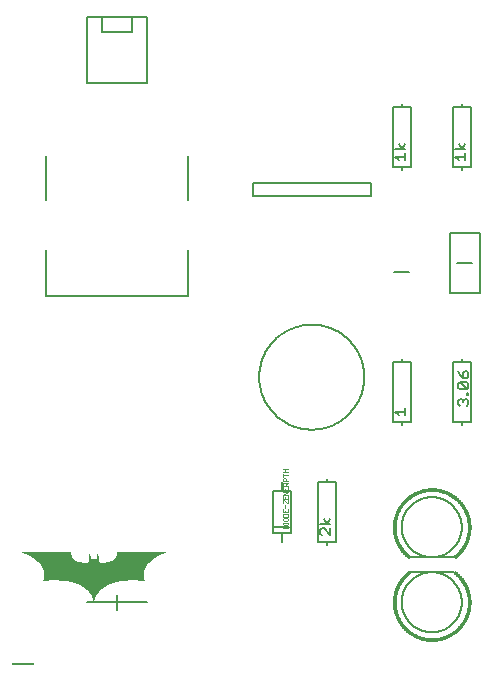
<source format=gto>
G75*
%MOIN*%
%OFA0B0*%
%FSLAX25Y25*%
%IPPOS*%
%LPD*%
%AMOC8*
5,1,8,0,0,1.08239X$1,22.5*
%
%ADD10R,0.00100X0.00100*%
%ADD11R,0.00200X0.00100*%
%ADD12R,0.00300X0.00100*%
%ADD13R,0.00400X0.00100*%
%ADD14R,0.00500X0.00100*%
%ADD15R,0.00600X0.00100*%
%ADD16R,0.00700X0.00100*%
%ADD17R,0.00800X0.00100*%
%ADD18R,0.01000X0.00100*%
%ADD19R,0.01200X0.00100*%
%ADD20R,0.01400X0.00100*%
%ADD21R,0.01600X0.00100*%
%ADD22R,0.01800X0.00100*%
%ADD23R,0.01900X0.00100*%
%ADD24R,0.02000X0.00100*%
%ADD25R,0.02200X0.00100*%
%ADD26R,0.02400X0.00100*%
%ADD27R,0.02600X0.00100*%
%ADD28R,0.02800X0.00100*%
%ADD29R,0.02900X0.00100*%
%ADD30R,0.03100X0.00100*%
%ADD31R,0.03200X0.00100*%
%ADD32R,0.03400X0.00100*%
%ADD33R,0.03600X0.00100*%
%ADD34R,0.03800X0.00100*%
%ADD35R,0.04000X0.00100*%
%ADD36R,0.04200X0.00100*%
%ADD37R,0.04400X0.00100*%
%ADD38R,0.04600X0.00100*%
%ADD39R,0.04800X0.00100*%
%ADD40R,0.05000X0.00100*%
%ADD41R,0.05200X0.00100*%
%ADD42R,0.05500X0.00100*%
%ADD43R,0.05800X0.00100*%
%ADD44R,0.06000X0.00100*%
%ADD45R,0.06300X0.00100*%
%ADD46R,0.06600X0.00100*%
%ADD47R,0.06800X0.00100*%
%ADD48R,0.07200X0.00100*%
%ADD49R,0.07400X0.00100*%
%ADD50R,0.07800X0.00100*%
%ADD51R,0.08200X0.00100*%
%ADD52R,0.08600X0.00100*%
%ADD53R,0.08900X0.00100*%
%ADD54R,0.09300X0.00100*%
%ADD55R,0.09800X0.00100*%
%ADD56R,0.10200X0.00100*%
%ADD57R,0.10600X0.00100*%
%ADD58R,0.11100X0.00100*%
%ADD59R,0.11600X0.00100*%
%ADD60R,0.12200X0.00100*%
%ADD61R,0.12800X0.00100*%
%ADD62R,0.13400X0.00100*%
%ADD63R,0.14100X0.00100*%
%ADD64R,0.15000X0.00100*%
%ADD65R,0.15800X0.00100*%
%ADD66R,0.16700X0.00100*%
%ADD67R,0.17800X0.00100*%
%ADD68R,0.19000X0.00100*%
%ADD69R,0.20600X0.00100*%
%ADD70R,0.23000X0.00100*%
%ADD71R,0.33600X0.00100*%
%ADD72R,0.33500X0.00100*%
%ADD73R,0.33400X0.00100*%
%ADD74R,0.33300X0.00100*%
%ADD75R,0.33200X0.00100*%
%ADD76R,0.33700X0.00100*%
%ADD77R,0.33800X0.00100*%
%ADD78R,0.34000X0.00100*%
%ADD79R,0.34200X0.00100*%
%ADD80R,0.34400X0.00100*%
%ADD81R,0.34600X0.00100*%
%ADD82R,0.34700X0.00100*%
%ADD83R,0.34800X0.00100*%
%ADD84R,0.35000X0.00100*%
%ADD85R,0.35100X0.00100*%
%ADD86R,0.35200X0.00100*%
%ADD87R,0.35400X0.00100*%
%ADD88R,0.35500X0.00100*%
%ADD89R,0.35600X0.00100*%
%ADD90R,0.35800X0.00100*%
%ADD91R,0.36000X0.00100*%
%ADD92R,0.14700X0.00100*%
%ADD93R,0.04500X0.00100*%
%ADD94R,0.14300X0.00100*%
%ADD95R,0.14000X0.00100*%
%ADD96R,0.03900X0.00100*%
%ADD97R,0.13900X0.00100*%
%ADD98R,0.13600X0.00100*%
%ADD99R,0.03700X0.00100*%
%ADD100R,0.13300X0.00100*%
%ADD101R,0.13000X0.00100*%
%ADD102R,0.12700X0.00100*%
%ADD103R,0.03500X0.00100*%
%ADD104R,0.12500X0.00100*%
%ADD105R,0.12400X0.00100*%
%ADD106R,0.03300X0.00100*%
%ADD107R,0.12600X0.00100*%
%ADD108R,0.12900X0.00100*%
%ADD109R,0.13100X0.00100*%
%ADD110R,0.13200X0.00100*%
%ADD111R,0.13500X0.00100*%
%ADD112R,0.13800X0.00100*%
%ADD113R,0.14200X0.00100*%
%ADD114R,0.14400X0.00100*%
%ADD115R,0.14500X0.00100*%
%ADD116R,0.14600X0.00100*%
%ADD117R,0.14800X0.00100*%
%ADD118R,0.14900X0.00100*%
%ADD119R,0.15100X0.00100*%
%ADD120R,0.15400X0.00100*%
%ADD121R,0.15600X0.00100*%
%ADD122R,0.15700X0.00100*%
%ADD123R,0.15900X0.00100*%
%ADD124R,0.16200X0.00100*%
%ADD125R,0.16100X0.00100*%
%ADD126C,0.00000*%
%ADD127C,0.00800*%
%ADD128C,0.00100*%
%ADD129C,0.00600*%
%ADD130C,0.00500*%
D10*
X0030500Y0023800D03*
X0031800Y0039000D03*
X0031800Y0039100D03*
X0031800Y0039200D03*
X0029100Y0039100D03*
X0045300Y0030700D03*
D11*
X0031750Y0038900D03*
X0029150Y0038900D03*
X0029150Y0039000D03*
X0029150Y0038800D03*
X0030450Y0024000D03*
X0030450Y0023900D03*
D12*
X0030500Y0024100D03*
X0031800Y0038600D03*
X0031800Y0038700D03*
X0031800Y0038800D03*
X0029100Y0038700D03*
D13*
X0029150Y0038600D03*
X0029150Y0038500D03*
X0029150Y0038400D03*
X0029150Y0038300D03*
X0031750Y0038400D03*
X0031750Y0038500D03*
X0030450Y0024300D03*
X0030450Y0024200D03*
D14*
X0030500Y0024400D03*
X0029200Y0038200D03*
X0031800Y0038200D03*
X0031800Y0038300D03*
D15*
X0031750Y0038100D03*
X0031750Y0038000D03*
X0031750Y0037900D03*
X0031750Y0037800D03*
X0029150Y0037900D03*
X0029150Y0038000D03*
X0029150Y0038100D03*
X0030450Y0024600D03*
X0030450Y0024500D03*
D16*
X0030500Y0024700D03*
X0029200Y0037700D03*
X0029200Y0037800D03*
X0013900Y0030600D03*
X0047000Y0030600D03*
D17*
X0031750Y0037700D03*
X0030450Y0024900D03*
X0030450Y0024800D03*
D18*
X0030450Y0025000D03*
X0030450Y0025100D03*
D19*
X0030450Y0025200D03*
X0030450Y0025300D03*
D20*
X0030450Y0025400D03*
X0030450Y0025500D03*
D21*
X0030450Y0025600D03*
X0030450Y0025700D03*
X0030450Y0037700D03*
D22*
X0030450Y0025800D03*
X0046450Y0030700D03*
D23*
X0030500Y0025900D03*
X0014500Y0030700D03*
D24*
X0030450Y0026000D03*
D25*
X0030450Y0026100D03*
D26*
X0030450Y0026200D03*
X0030450Y0026300D03*
D27*
X0030450Y0026400D03*
D28*
X0030450Y0026500D03*
D29*
X0030500Y0026600D03*
D30*
X0030500Y0026700D03*
D31*
X0030450Y0026800D03*
D32*
X0030450Y0026900D03*
X0030450Y0037100D03*
X0030450Y0037200D03*
X0030450Y0037300D03*
X0030450Y0037400D03*
X0030450Y0037500D03*
D33*
X0030450Y0036800D03*
X0030450Y0036700D03*
X0030450Y0027000D03*
D34*
X0030450Y0027100D03*
D35*
X0030450Y0027200D03*
D36*
X0030450Y0027300D03*
X0030450Y0036400D03*
D37*
X0030450Y0027400D03*
D38*
X0030450Y0027500D03*
D39*
X0030450Y0027600D03*
D40*
X0030450Y0027700D03*
D41*
X0030450Y0027800D03*
D42*
X0030500Y0027900D03*
D43*
X0030450Y0028000D03*
D44*
X0030450Y0028100D03*
D45*
X0030500Y0028200D03*
D46*
X0030450Y0028300D03*
D47*
X0030450Y0028400D03*
D48*
X0030450Y0028500D03*
D49*
X0030450Y0028600D03*
D50*
X0030450Y0028700D03*
D51*
X0030450Y0028800D03*
D52*
X0030450Y0028900D03*
D53*
X0030500Y0029000D03*
D54*
X0030500Y0029100D03*
D55*
X0030450Y0029200D03*
D56*
X0030450Y0029300D03*
D57*
X0030450Y0029400D03*
D58*
X0030500Y0029500D03*
D59*
X0030450Y0029600D03*
D60*
X0030450Y0029700D03*
D61*
X0030450Y0029800D03*
X0016850Y0038000D03*
X0044150Y0038000D03*
D62*
X0044650Y0038500D03*
X0044750Y0038600D03*
X0030450Y0029900D03*
D63*
X0030500Y0030000D03*
X0045200Y0039000D03*
D64*
X0030450Y0030100D03*
X0015150Y0039500D03*
D65*
X0030450Y0030200D03*
D66*
X0030500Y0030300D03*
D67*
X0030450Y0030400D03*
D68*
X0030450Y0030500D03*
D69*
X0030450Y0030600D03*
D70*
X0030350Y0030700D03*
D71*
X0030450Y0030800D03*
X0030450Y0030900D03*
X0030450Y0031000D03*
X0030450Y0034100D03*
X0030450Y0034200D03*
D72*
X0030500Y0034000D03*
X0030500Y0031100D03*
D73*
X0030450Y0031200D03*
X0030450Y0031300D03*
X0030450Y0031400D03*
X0030450Y0033700D03*
X0030450Y0033800D03*
X0030450Y0033900D03*
D74*
X0030500Y0033600D03*
X0030500Y0031500D03*
D75*
X0030450Y0031600D03*
X0030450Y0031700D03*
X0030450Y0031800D03*
X0030450Y0031900D03*
X0030450Y0032000D03*
X0030450Y0032100D03*
X0030450Y0032200D03*
X0030450Y0032300D03*
X0030450Y0032400D03*
X0030450Y0032500D03*
X0030450Y0032600D03*
X0030450Y0032700D03*
X0030450Y0032800D03*
X0030450Y0032900D03*
X0030450Y0033000D03*
X0030450Y0033100D03*
X0030450Y0033200D03*
X0030450Y0033300D03*
X0030450Y0033400D03*
X0030450Y0033500D03*
D76*
X0030500Y0034300D03*
D77*
X0030450Y0034400D03*
X0030450Y0034500D03*
D78*
X0030450Y0034600D03*
X0030450Y0034700D03*
D79*
X0030450Y0034800D03*
X0030450Y0034900D03*
D80*
X0030450Y0035000D03*
X0030450Y0035100D03*
D81*
X0030450Y0035200D03*
D82*
X0030500Y0035300D03*
D83*
X0030450Y0035400D03*
D84*
X0030450Y0035500D03*
D85*
X0030500Y0035600D03*
D86*
X0030450Y0035700D03*
D87*
X0030450Y0035800D03*
D88*
X0030500Y0035900D03*
D89*
X0030450Y0036000D03*
D90*
X0030450Y0036100D03*
D91*
X0030450Y0036200D03*
D92*
X0019700Y0036300D03*
X0041200Y0036300D03*
D93*
X0030500Y0036300D03*
D94*
X0019400Y0036400D03*
X0015500Y0039200D03*
X0041500Y0036400D03*
X0045300Y0039100D03*
D95*
X0019150Y0036500D03*
X0015750Y0039000D03*
D96*
X0030500Y0036500D03*
D97*
X0041800Y0036500D03*
X0045100Y0038900D03*
X0015800Y0038900D03*
D98*
X0016050Y0038700D03*
X0018950Y0036600D03*
X0042050Y0036600D03*
X0044850Y0038700D03*
D99*
X0030500Y0036600D03*
D100*
X0018700Y0036700D03*
X0016400Y0038400D03*
X0016300Y0038500D03*
X0042300Y0036700D03*
D101*
X0042550Y0036800D03*
X0044350Y0038200D03*
X0018350Y0036800D03*
X0016650Y0038200D03*
D102*
X0016900Y0037900D03*
X0017000Y0037800D03*
X0018100Y0036900D03*
X0042800Y0036900D03*
X0043900Y0037800D03*
X0044000Y0037900D03*
D103*
X0030500Y0037000D03*
X0030500Y0036900D03*
D104*
X0017900Y0037000D03*
X0017800Y0037100D03*
X0017300Y0037500D03*
X0017200Y0037600D03*
X0043000Y0037000D03*
X0043500Y0037400D03*
X0043600Y0037500D03*
X0043700Y0037600D03*
D105*
X0043350Y0037300D03*
X0043250Y0037200D03*
X0043150Y0037100D03*
X0017650Y0037200D03*
X0017550Y0037300D03*
X0017450Y0037400D03*
D106*
X0030500Y0037600D03*
D107*
X0017150Y0037700D03*
X0043850Y0037700D03*
D108*
X0044200Y0038100D03*
X0016700Y0038100D03*
D109*
X0016500Y0038300D03*
X0044400Y0038300D03*
D110*
X0044550Y0038400D03*
D111*
X0016200Y0038600D03*
D112*
X0015950Y0038800D03*
X0044950Y0038800D03*
D113*
X0015650Y0039100D03*
D114*
X0045450Y0039200D03*
D115*
X0015400Y0039300D03*
D116*
X0045550Y0039300D03*
D117*
X0045650Y0039400D03*
X0015250Y0039400D03*
D118*
X0045800Y0039500D03*
D119*
X0045900Y0039600D03*
X0015000Y0039600D03*
D120*
X0014850Y0039700D03*
X0046050Y0039700D03*
D121*
X0014750Y0039800D03*
D122*
X0046200Y0039800D03*
D123*
X0046400Y0039900D03*
X0014600Y0039900D03*
D124*
X0014450Y0040000D03*
D125*
X0046500Y0040000D03*
D126*
X0003100Y0003000D02*
X0003033Y0003000D01*
X0003000Y0003033D01*
X0003000Y0003167D01*
X0003033Y0003200D01*
X0003100Y0003200D01*
X0003133Y0003167D01*
X0003184Y0003133D02*
X0003184Y0003100D01*
X0003218Y0003100D01*
X0003218Y0003133D01*
X0003184Y0003133D01*
X0003184Y0003033D02*
X0003184Y0003000D01*
X0003218Y0003000D01*
X0003218Y0003033D01*
X0003184Y0003033D01*
X0003133Y0003033D02*
X0003100Y0003000D01*
X0003276Y0003000D02*
X0003410Y0003200D01*
X0003460Y0003200D02*
X0003460Y0003033D01*
X0003494Y0003000D01*
X0003560Y0003000D01*
X0003594Y0003033D01*
X0003594Y0003200D01*
X0003678Y0003133D02*
X0003778Y0003133D01*
X0003829Y0003100D02*
X0003862Y0003133D01*
X0003929Y0003133D01*
X0003962Y0003100D01*
X0003962Y0003067D01*
X0003829Y0003067D01*
X0003829Y0003100D02*
X0003829Y0003033D01*
X0003862Y0003000D01*
X0003929Y0003000D01*
X0004013Y0003000D02*
X0004013Y0003133D01*
X0004013Y0003067D02*
X0004080Y0003133D01*
X0004113Y0003133D01*
X0004166Y0003100D02*
X0004200Y0003133D01*
X0004300Y0003133D01*
X0004266Y0003067D02*
X0004200Y0003067D01*
X0004166Y0003100D01*
X0004166Y0003000D02*
X0004266Y0003000D01*
X0004300Y0003033D01*
X0004266Y0003067D01*
X0004350Y0003000D02*
X0004484Y0003200D01*
X0004568Y0003167D02*
X0004601Y0003200D01*
X0004568Y0003167D02*
X0004568Y0003000D01*
X0004535Y0003100D02*
X0004601Y0003100D01*
X0004657Y0003100D02*
X0004791Y0003100D01*
X0004842Y0003133D02*
X0004875Y0003133D01*
X0004875Y0003000D01*
X0004842Y0003000D02*
X0004908Y0003000D01*
X0004964Y0003000D02*
X0004964Y0003133D01*
X0005064Y0003133D01*
X0005098Y0003100D01*
X0005098Y0003000D01*
X0005148Y0003033D02*
X0005182Y0003000D01*
X0005282Y0003000D01*
X0005282Y0002967D02*
X0005282Y0003133D01*
X0005182Y0003133D01*
X0005148Y0003100D01*
X0005148Y0003033D01*
X0005215Y0002933D02*
X0005249Y0002933D01*
X0005282Y0002967D01*
X0005333Y0003100D02*
X0005466Y0003100D01*
X0005517Y0003100D02*
X0005583Y0003100D01*
X0005550Y0003167D02*
X0005583Y0003200D01*
X0005550Y0003167D02*
X0005550Y0003000D01*
X0005640Y0003000D02*
X0005706Y0003000D01*
X0005673Y0003000D02*
X0005673Y0003200D01*
X0005640Y0003200D01*
X0005796Y0003133D02*
X0005862Y0003133D01*
X0005896Y0003100D01*
X0005896Y0003000D01*
X0005796Y0003000D01*
X0005762Y0003033D01*
X0005796Y0003067D01*
X0005896Y0003067D01*
X0005946Y0003133D02*
X0006046Y0003133D01*
X0006080Y0003100D01*
X0006080Y0003033D01*
X0006046Y0003000D01*
X0005946Y0003000D01*
X0005946Y0002933D02*
X0005946Y0003133D01*
X0006131Y0003133D02*
X0006231Y0003133D01*
X0006264Y0003100D01*
X0006264Y0003033D01*
X0006231Y0003000D01*
X0006131Y0003000D01*
X0006131Y0002933D02*
X0006131Y0003133D01*
X0006315Y0003133D02*
X0006315Y0003033D01*
X0006348Y0003000D01*
X0006448Y0003000D01*
X0006448Y0002967D02*
X0006415Y0002933D01*
X0006381Y0002933D01*
X0006448Y0002967D02*
X0006448Y0003133D01*
X0006499Y0003100D02*
X0006632Y0003100D01*
X0006683Y0003133D02*
X0006783Y0003133D01*
X0006816Y0003100D01*
X0006816Y0003033D01*
X0006783Y0003000D01*
X0006683Y0003000D01*
X0006683Y0003200D01*
X0006867Y0003000D02*
X0007001Y0003200D01*
X0007051Y0003200D02*
X0007151Y0003200D01*
X0007185Y0003167D01*
X0007185Y0003033D01*
X0007151Y0003000D01*
X0007051Y0003000D01*
X0007051Y0003200D01*
X0007235Y0003100D02*
X0007269Y0003133D01*
X0007336Y0003133D01*
X0007369Y0003100D01*
X0007369Y0003067D01*
X0007235Y0003067D01*
X0007235Y0003100D02*
X0007235Y0003033D01*
X0007269Y0003000D01*
X0007336Y0003000D01*
X0007420Y0003000D02*
X0007520Y0003000D01*
X0007553Y0003033D01*
X0007520Y0003067D01*
X0007453Y0003067D01*
X0007420Y0003100D01*
X0007453Y0003133D01*
X0007553Y0003133D01*
X0007604Y0003067D02*
X0007704Y0003133D01*
X0007757Y0003133D02*
X0007824Y0003133D01*
X0007791Y0003167D02*
X0007791Y0003033D01*
X0007824Y0003000D01*
X0007880Y0003033D02*
X0007913Y0003000D01*
X0007980Y0003000D01*
X0008013Y0003033D01*
X0008013Y0003100D01*
X0007980Y0003133D01*
X0007913Y0003133D01*
X0007880Y0003100D01*
X0007880Y0003033D01*
X0007704Y0003000D02*
X0007604Y0003067D01*
X0007604Y0003000D02*
X0007604Y0003200D01*
X0008064Y0003133D02*
X0008164Y0003133D01*
X0008198Y0003100D01*
X0008198Y0003033D01*
X0008164Y0003000D01*
X0008064Y0003000D01*
X0008064Y0002933D02*
X0008064Y0003133D01*
X0008248Y0003000D02*
X0008382Y0003200D01*
X0008432Y0003200D02*
X0008533Y0003200D01*
X0008566Y0003167D01*
X0008566Y0003133D01*
X0008533Y0003100D01*
X0008432Y0003100D01*
X0008432Y0003000D02*
X0008533Y0003000D01*
X0008566Y0003033D01*
X0008566Y0003067D01*
X0008533Y0003100D01*
X0008617Y0003033D02*
X0008650Y0003067D01*
X0008750Y0003067D01*
X0008750Y0003100D02*
X0008750Y0003000D01*
X0008650Y0003000D01*
X0008617Y0003033D01*
X0008650Y0003133D02*
X0008717Y0003133D01*
X0008750Y0003100D01*
X0008801Y0003133D02*
X0008868Y0003133D01*
X0008834Y0003167D02*
X0008834Y0003033D01*
X0008868Y0003000D01*
X0008924Y0003000D02*
X0008924Y0003133D01*
X0008957Y0003133D01*
X0008990Y0003100D01*
X0009024Y0003133D01*
X0009057Y0003100D01*
X0009057Y0003000D01*
X0009108Y0003033D02*
X0009141Y0003067D01*
X0009241Y0003067D01*
X0009241Y0003100D02*
X0009241Y0003000D01*
X0009141Y0003000D01*
X0009108Y0003033D01*
X0009141Y0003133D02*
X0009208Y0003133D01*
X0009241Y0003100D01*
X0009292Y0003133D02*
X0009392Y0003133D01*
X0009425Y0003100D01*
X0009425Y0003000D01*
X0009476Y0003000D02*
X0009509Y0003000D01*
X0009509Y0003033D01*
X0009476Y0003033D01*
X0009476Y0003000D01*
X0009568Y0003000D02*
X0009668Y0003000D01*
X0009702Y0003033D01*
X0009702Y0003100D01*
X0009668Y0003133D01*
X0009568Y0003133D01*
X0009568Y0003200D02*
X0009568Y0003000D01*
X0009752Y0003000D02*
X0009752Y0003133D01*
X0009786Y0003133D01*
X0009819Y0003100D01*
X0009852Y0003133D01*
X0009886Y0003100D01*
X0009886Y0003000D01*
X0009936Y0003000D02*
X0010036Y0003000D01*
X0010070Y0003033D01*
X0010070Y0003100D01*
X0010036Y0003133D01*
X0009936Y0003133D01*
X0009936Y0002933D01*
X0009819Y0003000D02*
X0009819Y0003100D01*
X0009292Y0003133D02*
X0009292Y0003000D01*
X0008990Y0003000D02*
X0008990Y0003100D01*
X0008432Y0003000D02*
X0008432Y0003200D01*
X0004875Y0003234D02*
X0004875Y0003200D01*
X0003778Y0003033D02*
X0003745Y0003067D01*
X0003678Y0003067D01*
X0003645Y0003100D01*
X0003678Y0003133D01*
X0003645Y0003000D02*
X0003745Y0003000D01*
X0003778Y0003033D01*
D127*
X0028000Y0023500D02*
X0038000Y0023500D01*
X0048000Y0023500D01*
X0038000Y0023500D02*
X0038000Y0021000D01*
X0038000Y0023500D02*
X0038000Y0026000D01*
X0090000Y0046500D02*
X0093000Y0046500D01*
X0093000Y0043500D01*
X0093000Y0046500D02*
X0096000Y0046500D01*
X0096000Y0060500D01*
X0093000Y0060500D01*
X0090000Y0060500D01*
X0090000Y0046500D01*
X0090500Y0048500D02*
X0095500Y0048500D01*
X0105000Y0043500D02*
X0108000Y0043500D01*
X0108000Y0042500D01*
X0108000Y0043500D02*
X0111000Y0043500D01*
X0111000Y0063500D01*
X0108000Y0063500D01*
X0108000Y0064500D01*
X0108000Y0063500D02*
X0105000Y0063500D01*
X0105000Y0043500D01*
X0093000Y0060500D02*
X0093000Y0063500D01*
X0085500Y0098500D02*
X0085505Y0098929D01*
X0085521Y0099359D01*
X0085547Y0099787D01*
X0085584Y0100215D01*
X0085632Y0100642D01*
X0085689Y0101068D01*
X0085758Y0101492D01*
X0085836Y0101914D01*
X0085925Y0102334D01*
X0086024Y0102752D01*
X0086134Y0103167D01*
X0086254Y0103580D01*
X0086383Y0103989D01*
X0086523Y0104396D01*
X0086673Y0104798D01*
X0086832Y0105197D01*
X0087001Y0105592D01*
X0087180Y0105982D01*
X0087369Y0106368D01*
X0087566Y0106749D01*
X0087773Y0107126D01*
X0087990Y0107497D01*
X0088215Y0107862D01*
X0088449Y0108222D01*
X0088692Y0108577D01*
X0088944Y0108925D01*
X0089204Y0109267D01*
X0089472Y0109602D01*
X0089749Y0109931D01*
X0090033Y0110252D01*
X0090326Y0110567D01*
X0090626Y0110874D01*
X0090933Y0111174D01*
X0091248Y0111467D01*
X0091569Y0111751D01*
X0091898Y0112028D01*
X0092233Y0112296D01*
X0092575Y0112556D01*
X0092923Y0112808D01*
X0093278Y0113051D01*
X0093638Y0113285D01*
X0094003Y0113510D01*
X0094374Y0113727D01*
X0094751Y0113934D01*
X0095132Y0114131D01*
X0095518Y0114320D01*
X0095908Y0114499D01*
X0096303Y0114668D01*
X0096702Y0114827D01*
X0097104Y0114977D01*
X0097511Y0115117D01*
X0097920Y0115246D01*
X0098333Y0115366D01*
X0098748Y0115476D01*
X0099166Y0115575D01*
X0099586Y0115664D01*
X0100008Y0115742D01*
X0100432Y0115811D01*
X0100858Y0115868D01*
X0101285Y0115916D01*
X0101713Y0115953D01*
X0102141Y0115979D01*
X0102571Y0115995D01*
X0103000Y0116000D01*
X0103429Y0115995D01*
X0103859Y0115979D01*
X0104287Y0115953D01*
X0104715Y0115916D01*
X0105142Y0115868D01*
X0105568Y0115811D01*
X0105992Y0115742D01*
X0106414Y0115664D01*
X0106834Y0115575D01*
X0107252Y0115476D01*
X0107667Y0115366D01*
X0108080Y0115246D01*
X0108489Y0115117D01*
X0108896Y0114977D01*
X0109298Y0114827D01*
X0109697Y0114668D01*
X0110092Y0114499D01*
X0110482Y0114320D01*
X0110868Y0114131D01*
X0111249Y0113934D01*
X0111626Y0113727D01*
X0111997Y0113510D01*
X0112362Y0113285D01*
X0112722Y0113051D01*
X0113077Y0112808D01*
X0113425Y0112556D01*
X0113767Y0112296D01*
X0114102Y0112028D01*
X0114431Y0111751D01*
X0114752Y0111467D01*
X0115067Y0111174D01*
X0115374Y0110874D01*
X0115674Y0110567D01*
X0115967Y0110252D01*
X0116251Y0109931D01*
X0116528Y0109602D01*
X0116796Y0109267D01*
X0117056Y0108925D01*
X0117308Y0108577D01*
X0117551Y0108222D01*
X0117785Y0107862D01*
X0118010Y0107497D01*
X0118227Y0107126D01*
X0118434Y0106749D01*
X0118631Y0106368D01*
X0118820Y0105982D01*
X0118999Y0105592D01*
X0119168Y0105197D01*
X0119327Y0104798D01*
X0119477Y0104396D01*
X0119617Y0103989D01*
X0119746Y0103580D01*
X0119866Y0103167D01*
X0119976Y0102752D01*
X0120075Y0102334D01*
X0120164Y0101914D01*
X0120242Y0101492D01*
X0120311Y0101068D01*
X0120368Y0100642D01*
X0120416Y0100215D01*
X0120453Y0099787D01*
X0120479Y0099359D01*
X0120495Y0098929D01*
X0120500Y0098500D01*
X0120495Y0098071D01*
X0120479Y0097641D01*
X0120453Y0097213D01*
X0120416Y0096785D01*
X0120368Y0096358D01*
X0120311Y0095932D01*
X0120242Y0095508D01*
X0120164Y0095086D01*
X0120075Y0094666D01*
X0119976Y0094248D01*
X0119866Y0093833D01*
X0119746Y0093420D01*
X0119617Y0093011D01*
X0119477Y0092604D01*
X0119327Y0092202D01*
X0119168Y0091803D01*
X0118999Y0091408D01*
X0118820Y0091018D01*
X0118631Y0090632D01*
X0118434Y0090251D01*
X0118227Y0089874D01*
X0118010Y0089503D01*
X0117785Y0089138D01*
X0117551Y0088778D01*
X0117308Y0088423D01*
X0117056Y0088075D01*
X0116796Y0087733D01*
X0116528Y0087398D01*
X0116251Y0087069D01*
X0115967Y0086748D01*
X0115674Y0086433D01*
X0115374Y0086126D01*
X0115067Y0085826D01*
X0114752Y0085533D01*
X0114431Y0085249D01*
X0114102Y0084972D01*
X0113767Y0084704D01*
X0113425Y0084444D01*
X0113077Y0084192D01*
X0112722Y0083949D01*
X0112362Y0083715D01*
X0111997Y0083490D01*
X0111626Y0083273D01*
X0111249Y0083066D01*
X0110868Y0082869D01*
X0110482Y0082680D01*
X0110092Y0082501D01*
X0109697Y0082332D01*
X0109298Y0082173D01*
X0108896Y0082023D01*
X0108489Y0081883D01*
X0108080Y0081754D01*
X0107667Y0081634D01*
X0107252Y0081524D01*
X0106834Y0081425D01*
X0106414Y0081336D01*
X0105992Y0081258D01*
X0105568Y0081189D01*
X0105142Y0081132D01*
X0104715Y0081084D01*
X0104287Y0081047D01*
X0103859Y0081021D01*
X0103429Y0081005D01*
X0103000Y0081000D01*
X0102571Y0081005D01*
X0102141Y0081021D01*
X0101713Y0081047D01*
X0101285Y0081084D01*
X0100858Y0081132D01*
X0100432Y0081189D01*
X0100008Y0081258D01*
X0099586Y0081336D01*
X0099166Y0081425D01*
X0098748Y0081524D01*
X0098333Y0081634D01*
X0097920Y0081754D01*
X0097511Y0081883D01*
X0097104Y0082023D01*
X0096702Y0082173D01*
X0096303Y0082332D01*
X0095908Y0082501D01*
X0095518Y0082680D01*
X0095132Y0082869D01*
X0094751Y0083066D01*
X0094374Y0083273D01*
X0094003Y0083490D01*
X0093638Y0083715D01*
X0093278Y0083949D01*
X0092923Y0084192D01*
X0092575Y0084444D01*
X0092233Y0084704D01*
X0091898Y0084972D01*
X0091569Y0085249D01*
X0091248Y0085533D01*
X0090933Y0085826D01*
X0090626Y0086126D01*
X0090326Y0086433D01*
X0090033Y0086748D01*
X0089749Y0087069D01*
X0089472Y0087398D01*
X0089204Y0087733D01*
X0088944Y0088075D01*
X0088692Y0088423D01*
X0088449Y0088778D01*
X0088215Y0089138D01*
X0087990Y0089503D01*
X0087773Y0089874D01*
X0087566Y0090251D01*
X0087369Y0090632D01*
X0087180Y0091018D01*
X0087001Y0091408D01*
X0086832Y0091803D01*
X0086673Y0092202D01*
X0086523Y0092604D01*
X0086383Y0093011D01*
X0086254Y0093420D01*
X0086134Y0093833D01*
X0086024Y0094248D01*
X0085925Y0094666D01*
X0085836Y0095086D01*
X0085758Y0095508D01*
X0085689Y0095932D01*
X0085632Y0096358D01*
X0085584Y0096785D01*
X0085547Y0097213D01*
X0085521Y0097641D01*
X0085505Y0098071D01*
X0085500Y0098500D01*
X0061622Y0125508D02*
X0061622Y0140862D01*
X0061622Y0125508D02*
X0014378Y0125508D01*
X0014378Y0140862D01*
X0014378Y0157398D02*
X0014378Y0172358D01*
X0061622Y0172358D02*
X0061622Y0157398D01*
X0083315Y0158776D02*
X0122685Y0158776D01*
X0122685Y0163106D01*
X0083315Y0163106D01*
X0083315Y0158776D01*
X0130000Y0168500D02*
X0133000Y0168500D01*
X0133000Y0167500D01*
X0133000Y0168500D02*
X0136000Y0168500D01*
X0136000Y0188500D01*
X0133000Y0188500D01*
X0133000Y0189500D01*
X0133000Y0188500D02*
X0130000Y0188500D01*
X0130000Y0168500D01*
X0148945Y0146453D02*
X0158945Y0146453D01*
X0158945Y0126453D01*
X0148945Y0126453D01*
X0148945Y0146453D01*
X0151445Y0136453D02*
X0156445Y0136453D01*
X0135500Y0133500D02*
X0130500Y0133500D01*
X0133000Y0104500D02*
X0133000Y0103500D01*
X0136000Y0103500D01*
X0136000Y0083500D01*
X0133000Y0083500D01*
X0133000Y0082500D01*
X0133000Y0083500D02*
X0130000Y0083500D01*
X0130000Y0103500D01*
X0133000Y0103500D01*
X0150000Y0103500D02*
X0150000Y0083500D01*
X0153000Y0083500D01*
X0153000Y0082500D01*
X0153000Y0083500D02*
X0156000Y0083500D01*
X0156000Y0103500D01*
X0153000Y0103500D01*
X0153000Y0104500D01*
X0153000Y0103500D02*
X0150000Y0103500D01*
X0150500Y0038500D02*
X0135500Y0038500D01*
X0135500Y0033500D02*
X0150500Y0033500D01*
X0153000Y0167500D02*
X0153000Y0168500D01*
X0150000Y0168500D01*
X0150000Y0188500D01*
X0153000Y0188500D01*
X0153000Y0189500D01*
X0153000Y0188500D02*
X0156000Y0188500D01*
X0156000Y0168500D01*
X0153000Y0168500D01*
D128*
X0094950Y0067712D02*
X0093449Y0067712D01*
X0094199Y0067712D02*
X0094199Y0066711D01*
X0093449Y0066711D02*
X0094950Y0066711D01*
X0094950Y0065738D02*
X0093449Y0065738D01*
X0093449Y0065238D02*
X0093449Y0066239D01*
X0093699Y0064766D02*
X0094199Y0064766D01*
X0094450Y0064515D01*
X0094450Y0063765D01*
X0094950Y0063765D02*
X0093449Y0063765D01*
X0093449Y0064515D01*
X0093699Y0064766D01*
X0093699Y0063292D02*
X0094199Y0063292D01*
X0094450Y0063042D01*
X0094450Y0062291D01*
X0094950Y0062291D02*
X0093449Y0062291D01*
X0093449Y0063042D01*
X0093699Y0063292D01*
X0094450Y0062792D02*
X0094950Y0063292D01*
X0094950Y0061819D02*
X0094950Y0060818D01*
X0093449Y0060818D01*
X0093449Y0061819D01*
X0094199Y0061319D02*
X0094199Y0060818D01*
X0093449Y0060346D02*
X0094950Y0060346D01*
X0093449Y0059345D01*
X0094950Y0059345D01*
X0094950Y0058873D02*
X0094950Y0057872D01*
X0093449Y0057872D01*
X0093449Y0058873D01*
X0094199Y0058372D02*
X0094199Y0057872D01*
X0093699Y0057399D02*
X0094700Y0056398D01*
X0094950Y0056398D01*
X0094950Y0057399D01*
X0093699Y0057399D02*
X0093449Y0057399D01*
X0093449Y0056398D01*
X0094199Y0055926D02*
X0094199Y0054925D01*
X0093449Y0054453D02*
X0093449Y0053452D01*
X0094950Y0053452D01*
X0094950Y0054453D01*
X0094199Y0053952D02*
X0094199Y0053452D01*
X0093699Y0052980D02*
X0093449Y0052729D01*
X0093449Y0051979D01*
X0094950Y0051979D01*
X0094950Y0052729D01*
X0094700Y0052980D01*
X0093699Y0052980D01*
X0093699Y0051506D02*
X0093449Y0051256D01*
X0093449Y0050756D01*
X0093699Y0050505D01*
X0094700Y0050505D01*
X0094950Y0050756D01*
X0094950Y0051256D01*
X0094700Y0051506D01*
X0093699Y0051506D01*
X0093449Y0050024D02*
X0093449Y0049523D01*
X0093449Y0049773D02*
X0094950Y0049773D01*
X0094950Y0049523D02*
X0094950Y0050024D01*
X0094700Y0049051D02*
X0093699Y0049051D01*
X0093449Y0048801D01*
X0093449Y0048050D01*
X0094950Y0048050D01*
X0094950Y0048801D01*
X0094700Y0049051D01*
X0150809Y0038171D02*
X0150269Y0038891D01*
X0150270Y0038890D02*
X0150503Y0039071D01*
X0150731Y0039257D01*
X0150955Y0039449D01*
X0151174Y0039646D01*
X0151388Y0039848D01*
X0151597Y0040056D01*
X0151800Y0040269D01*
X0151999Y0040486D01*
X0152192Y0040709D01*
X0152380Y0040936D01*
X0152562Y0041167D01*
X0152739Y0041403D01*
X0152909Y0041644D01*
X0153074Y0041888D01*
X0153232Y0042136D01*
X0153385Y0042388D01*
X0153531Y0042644D01*
X0153671Y0042903D01*
X0153805Y0043166D01*
X0153932Y0043431D01*
X0154053Y0043700D01*
X0154167Y0043972D01*
X0154274Y0044246D01*
X0154375Y0044523D01*
X0154469Y0044802D01*
X0154556Y0045084D01*
X0154636Y0045367D01*
X0154709Y0045653D01*
X0154775Y0045940D01*
X0154834Y0046229D01*
X0154886Y0046519D01*
X0154931Y0046810D01*
X0154969Y0047102D01*
X0154999Y0047395D01*
X0155023Y0047689D01*
X0155039Y0047983D01*
X0155048Y0048277D01*
X0155050Y0048572D01*
X0155044Y0048867D01*
X0155032Y0049161D01*
X0155012Y0049455D01*
X0154985Y0049748D01*
X0154951Y0050041D01*
X0154910Y0050333D01*
X0154861Y0050623D01*
X0154806Y0050913D01*
X0154744Y0051200D01*
X0154674Y0051487D01*
X0154597Y0051771D01*
X0154514Y0052054D01*
X0154424Y0052334D01*
X0154327Y0052612D01*
X0154223Y0052888D01*
X0154112Y0053161D01*
X0153995Y0053431D01*
X0153871Y0053699D01*
X0153741Y0053963D01*
X0153604Y0054224D01*
X0153461Y0054481D01*
X0153311Y0054735D01*
X0153156Y0054986D01*
X0152994Y0055232D01*
X0152827Y0055474D01*
X0152653Y0055712D01*
X0152474Y0055946D01*
X0152289Y0056176D01*
X0152099Y0056400D01*
X0151903Y0056621D01*
X0151702Y0056836D01*
X0151495Y0057046D01*
X0151284Y0057251D01*
X0151067Y0057451D01*
X0150846Y0057646D01*
X0150620Y0057835D01*
X0150390Y0058018D01*
X0150155Y0058196D01*
X0149915Y0058368D01*
X0149672Y0058534D01*
X0149425Y0058694D01*
X0149174Y0058848D01*
X0148919Y0058996D01*
X0148660Y0059138D01*
X0148399Y0059273D01*
X0148134Y0059402D01*
X0147866Y0059524D01*
X0147595Y0059640D01*
X0147321Y0059749D01*
X0147045Y0059851D01*
X0146766Y0059946D01*
X0146485Y0060035D01*
X0146202Y0060117D01*
X0145917Y0060192D01*
X0145630Y0060259D01*
X0145342Y0060320D01*
X0145052Y0060374D01*
X0144761Y0060421D01*
X0144469Y0060460D01*
X0144177Y0060492D01*
X0143883Y0060518D01*
X0143589Y0060536D01*
X0143295Y0060546D01*
X0143000Y0060550D01*
X0142705Y0060546D01*
X0142411Y0060536D01*
X0142117Y0060518D01*
X0141823Y0060492D01*
X0141531Y0060460D01*
X0141239Y0060421D01*
X0140948Y0060374D01*
X0140658Y0060320D01*
X0140370Y0060259D01*
X0140083Y0060192D01*
X0139798Y0060117D01*
X0139515Y0060035D01*
X0139234Y0059946D01*
X0138955Y0059851D01*
X0138679Y0059749D01*
X0138405Y0059640D01*
X0138134Y0059524D01*
X0137866Y0059402D01*
X0137601Y0059273D01*
X0137340Y0059138D01*
X0137081Y0058996D01*
X0136826Y0058848D01*
X0136575Y0058694D01*
X0136328Y0058534D01*
X0136085Y0058368D01*
X0135845Y0058196D01*
X0135610Y0058018D01*
X0135380Y0057835D01*
X0135154Y0057646D01*
X0134933Y0057451D01*
X0134716Y0057251D01*
X0134505Y0057046D01*
X0134298Y0056836D01*
X0134097Y0056621D01*
X0133901Y0056400D01*
X0133711Y0056176D01*
X0133526Y0055946D01*
X0133347Y0055712D01*
X0133173Y0055474D01*
X0133006Y0055232D01*
X0132844Y0054986D01*
X0132689Y0054735D01*
X0132539Y0054481D01*
X0132396Y0054224D01*
X0132259Y0053963D01*
X0132129Y0053699D01*
X0132005Y0053431D01*
X0131888Y0053161D01*
X0131777Y0052888D01*
X0131673Y0052612D01*
X0131576Y0052334D01*
X0131486Y0052054D01*
X0131403Y0051771D01*
X0131326Y0051487D01*
X0131256Y0051200D01*
X0131194Y0050913D01*
X0131139Y0050623D01*
X0131090Y0050333D01*
X0131049Y0050041D01*
X0131015Y0049748D01*
X0130988Y0049455D01*
X0130968Y0049161D01*
X0130956Y0048867D01*
X0130950Y0048572D01*
X0130952Y0048277D01*
X0130961Y0047983D01*
X0130977Y0047689D01*
X0131001Y0047395D01*
X0131031Y0047102D01*
X0131069Y0046810D01*
X0131114Y0046519D01*
X0131166Y0046229D01*
X0131225Y0045940D01*
X0131291Y0045653D01*
X0131364Y0045367D01*
X0131444Y0045084D01*
X0131531Y0044802D01*
X0131625Y0044523D01*
X0131726Y0044246D01*
X0131833Y0043972D01*
X0131947Y0043700D01*
X0132068Y0043431D01*
X0132195Y0043166D01*
X0132329Y0042903D01*
X0132469Y0042644D01*
X0132615Y0042388D01*
X0132768Y0042136D01*
X0132926Y0041888D01*
X0133091Y0041644D01*
X0133261Y0041403D01*
X0133438Y0041167D01*
X0133620Y0040936D01*
X0133808Y0040709D01*
X0134001Y0040486D01*
X0134200Y0040269D01*
X0134403Y0040056D01*
X0134612Y0039848D01*
X0134826Y0039646D01*
X0135045Y0039449D01*
X0135269Y0039257D01*
X0135497Y0039071D01*
X0135730Y0038890D01*
X0135191Y0038171D01*
X0135190Y0038170D01*
X0134940Y0038364D01*
X0134694Y0038564D01*
X0134454Y0038770D01*
X0134219Y0038982D01*
X0133989Y0039200D01*
X0133764Y0039423D01*
X0133545Y0039651D01*
X0133331Y0039885D01*
X0133123Y0040124D01*
X0132921Y0040368D01*
X0132726Y0040617D01*
X0132536Y0040871D01*
X0132353Y0041129D01*
X0132176Y0041391D01*
X0132005Y0041658D01*
X0131841Y0041929D01*
X0131684Y0042204D01*
X0131533Y0042482D01*
X0131389Y0042765D01*
X0131253Y0043050D01*
X0131123Y0043339D01*
X0131000Y0043631D01*
X0130885Y0043926D01*
X0130777Y0044223D01*
X0130676Y0044524D01*
X0130582Y0044826D01*
X0130496Y0045131D01*
X0130417Y0045438D01*
X0130346Y0045746D01*
X0130283Y0046056D01*
X0130227Y0046368D01*
X0130178Y0046681D01*
X0130138Y0046995D01*
X0130105Y0047310D01*
X0130080Y0047626D01*
X0130062Y0047942D01*
X0130052Y0048258D01*
X0130050Y0048575D01*
X0130056Y0048892D01*
X0130069Y0049208D01*
X0130091Y0049524D01*
X0130119Y0049839D01*
X0130156Y0050154D01*
X0130200Y0050467D01*
X0130252Y0050780D01*
X0130312Y0051091D01*
X0130379Y0051400D01*
X0130454Y0051708D01*
X0130536Y0052014D01*
X0130625Y0052317D01*
X0130722Y0052619D01*
X0130827Y0052918D01*
X0130939Y0053214D01*
X0131057Y0053508D01*
X0131183Y0053798D01*
X0131316Y0054085D01*
X0131457Y0054370D01*
X0131604Y0054650D01*
X0131757Y0054927D01*
X0131918Y0055200D01*
X0132085Y0055469D01*
X0132259Y0055734D01*
X0132439Y0055994D01*
X0132625Y0056250D01*
X0132818Y0056501D01*
X0133016Y0056748D01*
X0133221Y0056990D01*
X0133431Y0057226D01*
X0133648Y0057458D01*
X0133870Y0057683D01*
X0134097Y0057904D01*
X0134329Y0058119D01*
X0134567Y0058328D01*
X0134810Y0058531D01*
X0135058Y0058729D01*
X0135310Y0058920D01*
X0135567Y0059105D01*
X0135829Y0059283D01*
X0136095Y0059455D01*
X0136364Y0059621D01*
X0136638Y0059780D01*
X0136916Y0059932D01*
X0137197Y0060077D01*
X0137482Y0060216D01*
X0137770Y0060347D01*
X0138062Y0060471D01*
X0138356Y0060589D01*
X0138653Y0060699D01*
X0138952Y0060801D01*
X0139254Y0060896D01*
X0139558Y0060984D01*
X0139865Y0061065D01*
X0140173Y0061138D01*
X0140483Y0061203D01*
X0140794Y0061261D01*
X0141107Y0061311D01*
X0141421Y0061353D01*
X0141735Y0061388D01*
X0142051Y0061415D01*
X0142367Y0061435D01*
X0142683Y0061446D01*
X0143000Y0061450D01*
X0143317Y0061446D01*
X0143633Y0061435D01*
X0143949Y0061415D01*
X0144265Y0061388D01*
X0144579Y0061353D01*
X0144893Y0061311D01*
X0145206Y0061261D01*
X0145517Y0061203D01*
X0145827Y0061138D01*
X0146135Y0061065D01*
X0146442Y0060984D01*
X0146746Y0060896D01*
X0147048Y0060801D01*
X0147347Y0060699D01*
X0147644Y0060589D01*
X0147938Y0060471D01*
X0148230Y0060347D01*
X0148518Y0060216D01*
X0148803Y0060077D01*
X0149084Y0059932D01*
X0149362Y0059780D01*
X0149636Y0059621D01*
X0149905Y0059455D01*
X0150171Y0059283D01*
X0150433Y0059105D01*
X0150690Y0058920D01*
X0150942Y0058729D01*
X0151190Y0058531D01*
X0151433Y0058328D01*
X0151671Y0058119D01*
X0151903Y0057904D01*
X0152130Y0057683D01*
X0152352Y0057458D01*
X0152569Y0057226D01*
X0152779Y0056990D01*
X0152984Y0056748D01*
X0153182Y0056501D01*
X0153375Y0056250D01*
X0153561Y0055994D01*
X0153741Y0055734D01*
X0153915Y0055469D01*
X0154082Y0055200D01*
X0154243Y0054927D01*
X0154396Y0054650D01*
X0154543Y0054370D01*
X0154684Y0054085D01*
X0154817Y0053798D01*
X0154943Y0053508D01*
X0155061Y0053214D01*
X0155173Y0052918D01*
X0155278Y0052619D01*
X0155375Y0052317D01*
X0155464Y0052014D01*
X0155546Y0051708D01*
X0155621Y0051400D01*
X0155688Y0051091D01*
X0155748Y0050780D01*
X0155800Y0050467D01*
X0155844Y0050154D01*
X0155881Y0049839D01*
X0155909Y0049524D01*
X0155931Y0049208D01*
X0155944Y0048892D01*
X0155950Y0048575D01*
X0155948Y0048258D01*
X0155938Y0047942D01*
X0155920Y0047626D01*
X0155895Y0047310D01*
X0155862Y0046995D01*
X0155822Y0046681D01*
X0155773Y0046368D01*
X0155717Y0046056D01*
X0155654Y0045746D01*
X0155583Y0045438D01*
X0155504Y0045131D01*
X0155418Y0044826D01*
X0155324Y0044524D01*
X0155223Y0044223D01*
X0155115Y0043926D01*
X0155000Y0043631D01*
X0154877Y0043339D01*
X0154747Y0043050D01*
X0154611Y0042765D01*
X0154467Y0042482D01*
X0154316Y0042204D01*
X0154159Y0041929D01*
X0153995Y0041658D01*
X0153824Y0041391D01*
X0153647Y0041129D01*
X0153464Y0040871D01*
X0153274Y0040617D01*
X0153079Y0040368D01*
X0152877Y0040124D01*
X0152669Y0039885D01*
X0152455Y0039651D01*
X0152236Y0039423D01*
X0152011Y0039200D01*
X0151781Y0038982D01*
X0151546Y0038770D01*
X0151306Y0038564D01*
X0151060Y0038364D01*
X0150810Y0038170D01*
X0150754Y0038245D01*
X0151002Y0038438D01*
X0151246Y0038637D01*
X0151484Y0038841D01*
X0151718Y0039051D01*
X0151946Y0039267D01*
X0152169Y0039489D01*
X0152387Y0039716D01*
X0152599Y0039948D01*
X0152805Y0040185D01*
X0153006Y0040427D01*
X0153200Y0040675D01*
X0153388Y0040926D01*
X0153570Y0041183D01*
X0153746Y0041443D01*
X0153915Y0041708D01*
X0154078Y0041977D01*
X0154234Y0042250D01*
X0154384Y0042526D01*
X0154526Y0042806D01*
X0154662Y0043090D01*
X0154791Y0043377D01*
X0154913Y0043667D01*
X0155027Y0043959D01*
X0155135Y0044255D01*
X0155235Y0044553D01*
X0155328Y0044853D01*
X0155413Y0045156D01*
X0155491Y0045460D01*
X0155562Y0045766D01*
X0155625Y0046074D01*
X0155681Y0046384D01*
X0155729Y0046694D01*
X0155769Y0047006D01*
X0155802Y0047319D01*
X0155827Y0047632D01*
X0155844Y0047946D01*
X0155854Y0048260D01*
X0155856Y0048575D01*
X0155850Y0048889D01*
X0155837Y0049203D01*
X0155816Y0049517D01*
X0155787Y0049830D01*
X0155751Y0050142D01*
X0155707Y0050453D01*
X0155655Y0050763D01*
X0155596Y0051072D01*
X0155529Y0051379D01*
X0155455Y0051685D01*
X0155374Y0051988D01*
X0155285Y0052290D01*
X0155188Y0052589D01*
X0155085Y0052886D01*
X0154974Y0053180D01*
X0154856Y0053471D01*
X0154731Y0053760D01*
X0154599Y0054045D01*
X0154460Y0054327D01*
X0154314Y0054605D01*
X0154161Y0054880D01*
X0154002Y0055151D01*
X0153836Y0055418D01*
X0153663Y0055681D01*
X0153485Y0055940D01*
X0153300Y0056194D01*
X0153108Y0056443D01*
X0152911Y0056688D01*
X0152708Y0056928D01*
X0152499Y0057163D01*
X0152284Y0057393D01*
X0152064Y0057617D01*
X0151839Y0057836D01*
X0151608Y0058049D01*
X0151372Y0058257D01*
X0151130Y0058459D01*
X0150885Y0058654D01*
X0150634Y0058844D01*
X0150379Y0059028D01*
X0150119Y0059205D01*
X0149855Y0059376D01*
X0149587Y0059540D01*
X0149315Y0059698D01*
X0149040Y0059849D01*
X0148760Y0059993D01*
X0148478Y0060131D01*
X0148192Y0060261D01*
X0147903Y0060385D01*
X0147610Y0060501D01*
X0147316Y0060610D01*
X0147018Y0060712D01*
X0146719Y0060806D01*
X0146416Y0060894D01*
X0146112Y0060974D01*
X0145807Y0061046D01*
X0145499Y0061111D01*
X0145190Y0061168D01*
X0144879Y0061218D01*
X0144568Y0061260D01*
X0144255Y0061295D01*
X0143942Y0061321D01*
X0143628Y0061341D01*
X0143314Y0061352D01*
X0143000Y0061356D01*
X0142686Y0061352D01*
X0142372Y0061341D01*
X0142058Y0061321D01*
X0141745Y0061295D01*
X0141432Y0061260D01*
X0141121Y0061218D01*
X0140810Y0061168D01*
X0140501Y0061111D01*
X0140193Y0061046D01*
X0139888Y0060974D01*
X0139584Y0060894D01*
X0139281Y0060806D01*
X0138982Y0060712D01*
X0138684Y0060610D01*
X0138390Y0060501D01*
X0138097Y0060385D01*
X0137808Y0060261D01*
X0137522Y0060131D01*
X0137240Y0059993D01*
X0136960Y0059849D01*
X0136685Y0059698D01*
X0136413Y0059540D01*
X0136145Y0059376D01*
X0135881Y0059205D01*
X0135621Y0059028D01*
X0135366Y0058844D01*
X0135115Y0058654D01*
X0134870Y0058459D01*
X0134628Y0058257D01*
X0134392Y0058049D01*
X0134161Y0057836D01*
X0133936Y0057617D01*
X0133716Y0057393D01*
X0133501Y0057163D01*
X0133292Y0056928D01*
X0133089Y0056688D01*
X0132892Y0056443D01*
X0132700Y0056194D01*
X0132515Y0055940D01*
X0132337Y0055681D01*
X0132164Y0055418D01*
X0131998Y0055151D01*
X0131839Y0054880D01*
X0131686Y0054605D01*
X0131540Y0054327D01*
X0131401Y0054045D01*
X0131269Y0053760D01*
X0131144Y0053471D01*
X0131026Y0053180D01*
X0130915Y0052886D01*
X0130812Y0052589D01*
X0130715Y0052290D01*
X0130626Y0051988D01*
X0130545Y0051685D01*
X0130471Y0051379D01*
X0130404Y0051072D01*
X0130345Y0050763D01*
X0130293Y0050453D01*
X0130249Y0050142D01*
X0130213Y0049830D01*
X0130184Y0049517D01*
X0130163Y0049203D01*
X0130150Y0048889D01*
X0130144Y0048575D01*
X0130146Y0048260D01*
X0130156Y0047946D01*
X0130173Y0047632D01*
X0130198Y0047319D01*
X0130231Y0047006D01*
X0130271Y0046694D01*
X0130319Y0046384D01*
X0130375Y0046074D01*
X0130438Y0045766D01*
X0130509Y0045460D01*
X0130587Y0045156D01*
X0130672Y0044853D01*
X0130765Y0044553D01*
X0130865Y0044255D01*
X0130973Y0043959D01*
X0131087Y0043667D01*
X0131209Y0043377D01*
X0131338Y0043090D01*
X0131474Y0042806D01*
X0131616Y0042526D01*
X0131766Y0042250D01*
X0131922Y0041977D01*
X0132085Y0041708D01*
X0132254Y0041443D01*
X0132430Y0041183D01*
X0132612Y0040926D01*
X0132800Y0040675D01*
X0132994Y0040427D01*
X0133195Y0040185D01*
X0133401Y0039948D01*
X0133613Y0039716D01*
X0133831Y0039489D01*
X0134054Y0039267D01*
X0134282Y0039051D01*
X0134516Y0038841D01*
X0134754Y0038637D01*
X0134998Y0038438D01*
X0135246Y0038245D01*
X0135303Y0038320D01*
X0135056Y0038512D01*
X0134814Y0038709D01*
X0134577Y0038912D01*
X0134346Y0039121D01*
X0134119Y0039335D01*
X0133897Y0039555D01*
X0133681Y0039780D01*
X0133471Y0040011D01*
X0133266Y0040246D01*
X0133067Y0040487D01*
X0132874Y0040732D01*
X0132688Y0040982D01*
X0132507Y0041236D01*
X0132332Y0041495D01*
X0132164Y0041758D01*
X0132003Y0042025D01*
X0131848Y0042296D01*
X0131699Y0042570D01*
X0131558Y0042848D01*
X0131423Y0043130D01*
X0131295Y0043414D01*
X0131174Y0043702D01*
X0131060Y0043993D01*
X0130954Y0044286D01*
X0130854Y0044582D01*
X0130762Y0044880D01*
X0130677Y0045180D01*
X0130600Y0045483D01*
X0130530Y0045787D01*
X0130467Y0046092D01*
X0130412Y0046399D01*
X0130364Y0046708D01*
X0130324Y0047017D01*
X0130292Y0047328D01*
X0130267Y0047639D01*
X0130250Y0047950D01*
X0130240Y0048262D01*
X0130238Y0048574D01*
X0130244Y0048886D01*
X0130257Y0049198D01*
X0130278Y0049509D01*
X0130306Y0049820D01*
X0130343Y0050130D01*
X0130386Y0050439D01*
X0130437Y0050747D01*
X0130496Y0051054D01*
X0130562Y0051358D01*
X0130636Y0051662D01*
X0130717Y0051963D01*
X0130805Y0052262D01*
X0130901Y0052559D01*
X0131004Y0052854D01*
X0131114Y0053146D01*
X0131231Y0053435D01*
X0131355Y0053722D01*
X0131486Y0054005D01*
X0131624Y0054285D01*
X0131769Y0054561D01*
X0131921Y0054834D01*
X0132079Y0055103D01*
X0132244Y0055368D01*
X0132415Y0055629D01*
X0132592Y0055885D01*
X0132776Y0056138D01*
X0132966Y0056385D01*
X0133161Y0056628D01*
X0133363Y0056867D01*
X0133571Y0057100D01*
X0133784Y0057328D01*
X0134002Y0057550D01*
X0134226Y0057768D01*
X0134455Y0057979D01*
X0134690Y0058185D01*
X0134929Y0058386D01*
X0135173Y0058580D01*
X0135422Y0058768D01*
X0135675Y0058951D01*
X0135933Y0059127D01*
X0136195Y0059296D01*
X0136461Y0059459D01*
X0136731Y0059616D01*
X0137005Y0059766D01*
X0137282Y0059909D01*
X0137562Y0060046D01*
X0137846Y0060175D01*
X0138133Y0060298D01*
X0138423Y0060413D01*
X0138716Y0060521D01*
X0139011Y0060623D01*
X0139309Y0060717D01*
X0139609Y0060803D01*
X0139910Y0060882D01*
X0140214Y0060954D01*
X0140519Y0061019D01*
X0140826Y0061076D01*
X0141134Y0061125D01*
X0141444Y0061167D01*
X0141754Y0061201D01*
X0142065Y0061228D01*
X0142376Y0061247D01*
X0142688Y0061258D01*
X0143000Y0061262D01*
X0143312Y0061258D01*
X0143624Y0061247D01*
X0143935Y0061228D01*
X0144246Y0061201D01*
X0144556Y0061167D01*
X0144866Y0061125D01*
X0145174Y0061076D01*
X0145481Y0061019D01*
X0145786Y0060954D01*
X0146090Y0060882D01*
X0146391Y0060803D01*
X0146691Y0060717D01*
X0146989Y0060623D01*
X0147284Y0060521D01*
X0147577Y0060413D01*
X0147867Y0060298D01*
X0148154Y0060175D01*
X0148438Y0060046D01*
X0148718Y0059909D01*
X0148995Y0059766D01*
X0149269Y0059616D01*
X0149539Y0059459D01*
X0149805Y0059296D01*
X0150067Y0059127D01*
X0150325Y0058951D01*
X0150578Y0058768D01*
X0150827Y0058580D01*
X0151071Y0058386D01*
X0151310Y0058185D01*
X0151545Y0057979D01*
X0151774Y0057768D01*
X0151998Y0057550D01*
X0152216Y0057328D01*
X0152429Y0057100D01*
X0152637Y0056867D01*
X0152839Y0056628D01*
X0153034Y0056385D01*
X0153224Y0056138D01*
X0153408Y0055885D01*
X0153585Y0055629D01*
X0153756Y0055368D01*
X0153921Y0055103D01*
X0154079Y0054834D01*
X0154231Y0054561D01*
X0154376Y0054285D01*
X0154514Y0054005D01*
X0154645Y0053722D01*
X0154769Y0053435D01*
X0154886Y0053146D01*
X0154996Y0052854D01*
X0155099Y0052559D01*
X0155195Y0052262D01*
X0155283Y0051963D01*
X0155364Y0051662D01*
X0155438Y0051358D01*
X0155504Y0051054D01*
X0155563Y0050747D01*
X0155614Y0050439D01*
X0155657Y0050130D01*
X0155694Y0049820D01*
X0155722Y0049509D01*
X0155743Y0049198D01*
X0155756Y0048886D01*
X0155762Y0048574D01*
X0155760Y0048262D01*
X0155750Y0047950D01*
X0155733Y0047639D01*
X0155708Y0047328D01*
X0155676Y0047017D01*
X0155636Y0046708D01*
X0155588Y0046399D01*
X0155533Y0046092D01*
X0155470Y0045787D01*
X0155400Y0045483D01*
X0155323Y0045180D01*
X0155238Y0044880D01*
X0155146Y0044582D01*
X0155046Y0044286D01*
X0154940Y0043993D01*
X0154826Y0043702D01*
X0154705Y0043414D01*
X0154577Y0043130D01*
X0154442Y0042848D01*
X0154301Y0042570D01*
X0154152Y0042296D01*
X0153997Y0042025D01*
X0153836Y0041758D01*
X0153668Y0041495D01*
X0153493Y0041236D01*
X0153312Y0040982D01*
X0153126Y0040732D01*
X0152933Y0040487D01*
X0152734Y0040246D01*
X0152529Y0040011D01*
X0152319Y0039780D01*
X0152103Y0039555D01*
X0151881Y0039335D01*
X0151654Y0039121D01*
X0151423Y0038912D01*
X0151186Y0038709D01*
X0150944Y0038512D01*
X0150697Y0038320D01*
X0150641Y0038396D01*
X0150886Y0038586D01*
X0151126Y0038781D01*
X0151361Y0038983D01*
X0151591Y0039190D01*
X0151816Y0039403D01*
X0152036Y0039621D01*
X0152250Y0039845D01*
X0152459Y0040074D01*
X0152662Y0040307D01*
X0152860Y0040546D01*
X0153051Y0040789D01*
X0153237Y0041038D01*
X0153416Y0041290D01*
X0153589Y0041547D01*
X0153756Y0041808D01*
X0153917Y0042073D01*
X0154070Y0042342D01*
X0154218Y0042614D01*
X0154358Y0042890D01*
X0154492Y0043170D01*
X0154619Y0043452D01*
X0154739Y0043738D01*
X0154852Y0044026D01*
X0154958Y0044317D01*
X0155056Y0044611D01*
X0155148Y0044907D01*
X0155232Y0045205D01*
X0155309Y0045505D01*
X0155378Y0045807D01*
X0155441Y0046110D01*
X0155495Y0046415D01*
X0155543Y0046721D01*
X0155582Y0047029D01*
X0155614Y0047337D01*
X0155639Y0047645D01*
X0155656Y0047955D01*
X0155666Y0048264D01*
X0155668Y0048574D01*
X0155662Y0048884D01*
X0155649Y0049193D01*
X0155628Y0049502D01*
X0155600Y0049811D01*
X0155564Y0050118D01*
X0155521Y0050425D01*
X0155470Y0050731D01*
X0155412Y0051035D01*
X0155346Y0051338D01*
X0155273Y0051639D01*
X0155193Y0051938D01*
X0155105Y0052235D01*
X0155010Y0052530D01*
X0154908Y0052822D01*
X0154799Y0053112D01*
X0154682Y0053399D01*
X0154559Y0053683D01*
X0154429Y0053964D01*
X0154292Y0054242D01*
X0154148Y0054516D01*
X0153998Y0054787D01*
X0153841Y0055054D01*
X0153677Y0055317D01*
X0153507Y0055576D01*
X0153331Y0055831D01*
X0153149Y0056082D01*
X0152960Y0056327D01*
X0152766Y0056569D01*
X0152566Y0056805D01*
X0152360Y0057036D01*
X0152148Y0057263D01*
X0151931Y0057484D01*
X0151709Y0057699D01*
X0151482Y0057910D01*
X0151249Y0058114D01*
X0151011Y0058313D01*
X0150769Y0058506D01*
X0150522Y0058693D01*
X0150271Y0058874D01*
X0150015Y0059048D01*
X0149755Y0059217D01*
X0149491Y0059379D01*
X0149223Y0059534D01*
X0148951Y0059683D01*
X0148676Y0059825D01*
X0148397Y0059961D01*
X0148116Y0060089D01*
X0147831Y0060211D01*
X0147543Y0060325D01*
X0147252Y0060433D01*
X0146959Y0060533D01*
X0146664Y0060627D01*
X0146366Y0060713D01*
X0146067Y0060791D01*
X0145765Y0060862D01*
X0145462Y0060926D01*
X0145158Y0060983D01*
X0144852Y0061032D01*
X0144545Y0061073D01*
X0144237Y0061107D01*
X0143928Y0061134D01*
X0143619Y0061153D01*
X0143310Y0061164D01*
X0143000Y0061168D01*
X0142690Y0061164D01*
X0142381Y0061153D01*
X0142072Y0061134D01*
X0141763Y0061107D01*
X0141455Y0061073D01*
X0141148Y0061032D01*
X0140842Y0060983D01*
X0140538Y0060926D01*
X0140235Y0060862D01*
X0139933Y0060791D01*
X0139634Y0060713D01*
X0139336Y0060627D01*
X0139041Y0060533D01*
X0138748Y0060433D01*
X0138457Y0060325D01*
X0138169Y0060211D01*
X0137884Y0060089D01*
X0137603Y0059961D01*
X0137324Y0059825D01*
X0137049Y0059683D01*
X0136777Y0059534D01*
X0136509Y0059379D01*
X0136245Y0059217D01*
X0135985Y0059048D01*
X0135729Y0058874D01*
X0135478Y0058693D01*
X0135231Y0058506D01*
X0134989Y0058313D01*
X0134751Y0058114D01*
X0134518Y0057910D01*
X0134291Y0057699D01*
X0134069Y0057484D01*
X0133852Y0057263D01*
X0133640Y0057036D01*
X0133434Y0056805D01*
X0133234Y0056569D01*
X0133040Y0056327D01*
X0132851Y0056082D01*
X0132669Y0055831D01*
X0132493Y0055576D01*
X0132323Y0055317D01*
X0132159Y0055054D01*
X0132002Y0054787D01*
X0131852Y0054516D01*
X0131708Y0054242D01*
X0131571Y0053964D01*
X0131441Y0053683D01*
X0131318Y0053399D01*
X0131201Y0053112D01*
X0131092Y0052822D01*
X0130990Y0052530D01*
X0130895Y0052235D01*
X0130807Y0051938D01*
X0130727Y0051639D01*
X0130654Y0051338D01*
X0130588Y0051035D01*
X0130530Y0050731D01*
X0130479Y0050425D01*
X0130436Y0050118D01*
X0130400Y0049811D01*
X0130372Y0049502D01*
X0130351Y0049193D01*
X0130338Y0048884D01*
X0130332Y0048574D01*
X0130334Y0048264D01*
X0130344Y0047955D01*
X0130361Y0047645D01*
X0130386Y0047337D01*
X0130418Y0047029D01*
X0130457Y0046721D01*
X0130505Y0046415D01*
X0130559Y0046110D01*
X0130622Y0045807D01*
X0130691Y0045505D01*
X0130768Y0045205D01*
X0130852Y0044907D01*
X0130944Y0044611D01*
X0131042Y0044317D01*
X0131148Y0044026D01*
X0131261Y0043738D01*
X0131381Y0043452D01*
X0131508Y0043170D01*
X0131642Y0042890D01*
X0131782Y0042614D01*
X0131930Y0042342D01*
X0132083Y0042073D01*
X0132244Y0041808D01*
X0132411Y0041547D01*
X0132584Y0041290D01*
X0132763Y0041038D01*
X0132949Y0040789D01*
X0133140Y0040546D01*
X0133338Y0040307D01*
X0133541Y0040074D01*
X0133750Y0039845D01*
X0133964Y0039621D01*
X0134184Y0039403D01*
X0134409Y0039190D01*
X0134639Y0038983D01*
X0134874Y0038781D01*
X0135114Y0038586D01*
X0135359Y0038396D01*
X0135416Y0038471D01*
X0135173Y0038659D01*
X0134934Y0038854D01*
X0134701Y0039054D01*
X0134473Y0039259D01*
X0134249Y0039471D01*
X0134031Y0039687D01*
X0133818Y0039909D01*
X0133611Y0040136D01*
X0133409Y0040368D01*
X0133213Y0040605D01*
X0133023Y0040847D01*
X0132839Y0041093D01*
X0132661Y0041344D01*
X0132489Y0041599D01*
X0132324Y0041858D01*
X0132164Y0042121D01*
X0132012Y0042388D01*
X0131865Y0042658D01*
X0131726Y0042932D01*
X0131593Y0043209D01*
X0131467Y0043490D01*
X0131348Y0043773D01*
X0131236Y0044060D01*
X0131131Y0044349D01*
X0131033Y0044640D01*
X0130942Y0044934D01*
X0130859Y0045230D01*
X0130782Y0045527D01*
X0130713Y0045827D01*
X0130652Y0046128D01*
X0130597Y0046431D01*
X0130551Y0046735D01*
X0130511Y0047040D01*
X0130479Y0047345D01*
X0130455Y0047652D01*
X0130438Y0047959D01*
X0130428Y0048266D01*
X0130426Y0048574D01*
X0130432Y0048881D01*
X0130445Y0049188D01*
X0130465Y0049495D01*
X0130494Y0049801D01*
X0130529Y0050107D01*
X0130572Y0050411D01*
X0130623Y0050714D01*
X0130680Y0051016D01*
X0130746Y0051317D01*
X0130818Y0051616D01*
X0130898Y0051912D01*
X0130985Y0052207D01*
X0131079Y0052500D01*
X0131181Y0052790D01*
X0131289Y0053078D01*
X0131404Y0053363D01*
X0131527Y0053645D01*
X0131656Y0053924D01*
X0131792Y0054200D01*
X0131935Y0054472D01*
X0132084Y0054741D01*
X0132240Y0055006D01*
X0132402Y0055267D01*
X0132571Y0055524D01*
X0132746Y0055777D01*
X0132927Y0056025D01*
X0133114Y0056269D01*
X0133307Y0056509D01*
X0133505Y0056743D01*
X0133710Y0056973D01*
X0133920Y0057198D01*
X0134135Y0057417D01*
X0134356Y0057631D01*
X0134581Y0057840D01*
X0134812Y0058043D01*
X0135048Y0058240D01*
X0135289Y0058432D01*
X0135534Y0058617D01*
X0135783Y0058797D01*
X0136037Y0058970D01*
X0136295Y0059137D01*
X0136557Y0059298D01*
X0136823Y0059452D01*
X0137093Y0059600D01*
X0137366Y0059741D01*
X0137643Y0059876D01*
X0137922Y0060003D01*
X0138205Y0060124D01*
X0138491Y0060238D01*
X0138779Y0060344D01*
X0139070Y0060444D01*
X0139363Y0060537D01*
X0139659Y0060622D01*
X0139956Y0060700D01*
X0140255Y0060771D01*
X0140556Y0060834D01*
X0140858Y0060890D01*
X0141162Y0060939D01*
X0141467Y0060980D01*
X0141772Y0061014D01*
X0142078Y0061040D01*
X0142385Y0061059D01*
X0142693Y0061070D01*
X0143000Y0061074D01*
X0143307Y0061070D01*
X0143615Y0061059D01*
X0143922Y0061040D01*
X0144228Y0061014D01*
X0144533Y0060980D01*
X0144838Y0060939D01*
X0145142Y0060890D01*
X0145444Y0060834D01*
X0145745Y0060771D01*
X0146044Y0060700D01*
X0146341Y0060622D01*
X0146637Y0060537D01*
X0146930Y0060444D01*
X0147221Y0060344D01*
X0147509Y0060238D01*
X0147795Y0060124D01*
X0148078Y0060003D01*
X0148357Y0059876D01*
X0148634Y0059741D01*
X0148907Y0059600D01*
X0149177Y0059452D01*
X0149443Y0059298D01*
X0149705Y0059137D01*
X0149963Y0058970D01*
X0150217Y0058797D01*
X0150466Y0058617D01*
X0150711Y0058432D01*
X0150952Y0058240D01*
X0151188Y0058043D01*
X0151419Y0057840D01*
X0151644Y0057631D01*
X0151865Y0057417D01*
X0152080Y0057198D01*
X0152290Y0056973D01*
X0152495Y0056743D01*
X0152693Y0056509D01*
X0152886Y0056269D01*
X0153073Y0056025D01*
X0153254Y0055777D01*
X0153429Y0055524D01*
X0153598Y0055267D01*
X0153760Y0055006D01*
X0153916Y0054741D01*
X0154065Y0054472D01*
X0154208Y0054200D01*
X0154344Y0053924D01*
X0154473Y0053645D01*
X0154596Y0053363D01*
X0154711Y0053078D01*
X0154819Y0052790D01*
X0154921Y0052500D01*
X0155015Y0052207D01*
X0155102Y0051912D01*
X0155182Y0051616D01*
X0155254Y0051317D01*
X0155320Y0051016D01*
X0155377Y0050714D01*
X0155428Y0050411D01*
X0155471Y0050107D01*
X0155506Y0049801D01*
X0155535Y0049495D01*
X0155555Y0049188D01*
X0155568Y0048881D01*
X0155574Y0048574D01*
X0155572Y0048266D01*
X0155562Y0047959D01*
X0155545Y0047652D01*
X0155521Y0047345D01*
X0155489Y0047040D01*
X0155449Y0046735D01*
X0155403Y0046431D01*
X0155348Y0046128D01*
X0155287Y0045827D01*
X0155218Y0045527D01*
X0155141Y0045230D01*
X0155058Y0044934D01*
X0154967Y0044640D01*
X0154869Y0044349D01*
X0154764Y0044060D01*
X0154652Y0043773D01*
X0154533Y0043490D01*
X0154407Y0043209D01*
X0154274Y0042932D01*
X0154135Y0042658D01*
X0153988Y0042388D01*
X0153836Y0042121D01*
X0153676Y0041858D01*
X0153511Y0041599D01*
X0153339Y0041344D01*
X0153161Y0041093D01*
X0152977Y0040847D01*
X0152787Y0040605D01*
X0152591Y0040368D01*
X0152389Y0040136D01*
X0152182Y0039909D01*
X0151969Y0039687D01*
X0151751Y0039471D01*
X0151527Y0039259D01*
X0151299Y0039054D01*
X0151066Y0038854D01*
X0150827Y0038659D01*
X0150584Y0038471D01*
X0150528Y0038546D01*
X0150769Y0038733D01*
X0151006Y0038926D01*
X0151237Y0039125D01*
X0151464Y0039329D01*
X0151686Y0039538D01*
X0151902Y0039753D01*
X0152113Y0039974D01*
X0152319Y0040199D01*
X0152519Y0040429D01*
X0152714Y0040665D01*
X0152902Y0040904D01*
X0153085Y0041149D01*
X0153262Y0041398D01*
X0153432Y0041651D01*
X0153597Y0041908D01*
X0153755Y0042169D01*
X0153906Y0042434D01*
X0154051Y0042702D01*
X0154190Y0042974D01*
X0154322Y0043249D01*
X0154447Y0043528D01*
X0154565Y0043809D01*
X0154676Y0044093D01*
X0154780Y0044380D01*
X0154878Y0044669D01*
X0154968Y0044961D01*
X0155051Y0045254D01*
X0155126Y0045550D01*
X0155195Y0045847D01*
X0155256Y0046146D01*
X0155310Y0046447D01*
X0155356Y0046748D01*
X0155396Y0047051D01*
X0155427Y0047354D01*
X0155452Y0047659D01*
X0155468Y0047963D01*
X0155478Y0048268D01*
X0155480Y0048573D01*
X0155474Y0048878D01*
X0155461Y0049183D01*
X0155441Y0049488D01*
X0155413Y0049792D01*
X0155378Y0050095D01*
X0155335Y0050397D01*
X0155285Y0050698D01*
X0155228Y0050998D01*
X0155163Y0051296D01*
X0155091Y0051592D01*
X0155012Y0051887D01*
X0154925Y0052180D01*
X0154832Y0052470D01*
X0154731Y0052758D01*
X0154623Y0053044D01*
X0154509Y0053327D01*
X0154387Y0053607D01*
X0154259Y0053884D01*
X0154124Y0054157D01*
X0153983Y0054427D01*
X0153834Y0054694D01*
X0153680Y0054957D01*
X0153519Y0055216D01*
X0153351Y0055472D01*
X0153178Y0055723D01*
X0152998Y0055969D01*
X0152812Y0056211D01*
X0152621Y0056449D01*
X0152424Y0056682D01*
X0152221Y0056910D01*
X0152012Y0057133D01*
X0151799Y0057351D01*
X0151580Y0057563D01*
X0151356Y0057770D01*
X0151126Y0057972D01*
X0150892Y0058168D01*
X0150654Y0058358D01*
X0150410Y0058542D01*
X0150163Y0058720D01*
X0149911Y0058892D01*
X0149654Y0059058D01*
X0149394Y0059217D01*
X0149130Y0059371D01*
X0148863Y0059517D01*
X0148592Y0059657D01*
X0148317Y0059791D01*
X0148040Y0059917D01*
X0147759Y0060037D01*
X0147475Y0060150D01*
X0147189Y0060256D01*
X0146901Y0060355D01*
X0146610Y0060447D01*
X0146316Y0060531D01*
X0146021Y0060609D01*
X0145724Y0060679D01*
X0145426Y0060742D01*
X0145126Y0060798D01*
X0144824Y0060846D01*
X0144522Y0060887D01*
X0144219Y0060920D01*
X0143915Y0060946D01*
X0143610Y0060965D01*
X0143305Y0060976D01*
X0143000Y0060980D01*
X0142695Y0060976D01*
X0142390Y0060965D01*
X0142085Y0060946D01*
X0141781Y0060920D01*
X0141478Y0060887D01*
X0141176Y0060846D01*
X0140874Y0060798D01*
X0140574Y0060742D01*
X0140276Y0060679D01*
X0139979Y0060609D01*
X0139684Y0060531D01*
X0139390Y0060447D01*
X0139099Y0060355D01*
X0138811Y0060256D01*
X0138525Y0060150D01*
X0138241Y0060037D01*
X0137960Y0059917D01*
X0137683Y0059791D01*
X0137408Y0059657D01*
X0137137Y0059517D01*
X0136870Y0059371D01*
X0136606Y0059217D01*
X0136346Y0059058D01*
X0136089Y0058892D01*
X0135837Y0058720D01*
X0135590Y0058542D01*
X0135346Y0058358D01*
X0135108Y0058168D01*
X0134874Y0057972D01*
X0134644Y0057770D01*
X0134420Y0057563D01*
X0134201Y0057351D01*
X0133988Y0057133D01*
X0133779Y0056910D01*
X0133576Y0056682D01*
X0133379Y0056449D01*
X0133188Y0056211D01*
X0133002Y0055969D01*
X0132822Y0055723D01*
X0132649Y0055472D01*
X0132481Y0055216D01*
X0132320Y0054957D01*
X0132166Y0054694D01*
X0132017Y0054427D01*
X0131876Y0054157D01*
X0131741Y0053884D01*
X0131613Y0053607D01*
X0131491Y0053327D01*
X0131377Y0053044D01*
X0131269Y0052758D01*
X0131168Y0052470D01*
X0131075Y0052180D01*
X0130988Y0051887D01*
X0130909Y0051592D01*
X0130837Y0051296D01*
X0130772Y0050998D01*
X0130715Y0050698D01*
X0130665Y0050397D01*
X0130622Y0050095D01*
X0130587Y0049792D01*
X0130559Y0049488D01*
X0130539Y0049183D01*
X0130526Y0048878D01*
X0130520Y0048573D01*
X0130522Y0048268D01*
X0130532Y0047963D01*
X0130548Y0047659D01*
X0130573Y0047354D01*
X0130604Y0047051D01*
X0130644Y0046748D01*
X0130690Y0046447D01*
X0130744Y0046146D01*
X0130805Y0045847D01*
X0130874Y0045550D01*
X0130949Y0045254D01*
X0131032Y0044961D01*
X0131122Y0044669D01*
X0131220Y0044380D01*
X0131324Y0044093D01*
X0131435Y0043809D01*
X0131553Y0043528D01*
X0131678Y0043249D01*
X0131810Y0042974D01*
X0131949Y0042702D01*
X0132094Y0042434D01*
X0132245Y0042169D01*
X0132403Y0041908D01*
X0132568Y0041651D01*
X0132738Y0041398D01*
X0132915Y0041149D01*
X0133098Y0040904D01*
X0133286Y0040665D01*
X0133481Y0040429D01*
X0133681Y0040199D01*
X0133887Y0039974D01*
X0134098Y0039753D01*
X0134314Y0039538D01*
X0134536Y0039329D01*
X0134763Y0039125D01*
X0134994Y0038926D01*
X0135231Y0038733D01*
X0135472Y0038546D01*
X0135528Y0038621D01*
X0135289Y0038807D01*
X0135054Y0038998D01*
X0134825Y0039195D01*
X0134600Y0039398D01*
X0134379Y0039606D01*
X0134165Y0039820D01*
X0133955Y0040038D01*
X0133751Y0040262D01*
X0133552Y0040490D01*
X0133359Y0040724D01*
X0133172Y0040962D01*
X0132991Y0041204D01*
X0132815Y0041451D01*
X0132646Y0041702D01*
X0132483Y0041958D01*
X0132326Y0042217D01*
X0132176Y0042480D01*
X0132032Y0042746D01*
X0131894Y0043016D01*
X0131763Y0043289D01*
X0131639Y0043565D01*
X0131522Y0043845D01*
X0131412Y0044127D01*
X0131308Y0044411D01*
X0131212Y0044698D01*
X0131122Y0044988D01*
X0131040Y0045279D01*
X0130965Y0045572D01*
X0130897Y0045868D01*
X0130836Y0046164D01*
X0130783Y0046462D01*
X0130737Y0046762D01*
X0130698Y0047062D01*
X0130666Y0047363D01*
X0130642Y0047665D01*
X0130625Y0047968D01*
X0130616Y0048270D01*
X0130614Y0048573D01*
X0130620Y0048876D01*
X0130633Y0049178D01*
X0130653Y0049481D01*
X0130681Y0049782D01*
X0130716Y0050083D01*
X0130758Y0050383D01*
X0130808Y0050682D01*
X0130865Y0050979D01*
X0130929Y0051275D01*
X0131000Y0051569D01*
X0131079Y0051862D01*
X0131165Y0052152D01*
X0131258Y0052441D01*
X0131357Y0052726D01*
X0131464Y0053010D01*
X0131578Y0053290D01*
X0131698Y0053568D01*
X0131826Y0053843D01*
X0131960Y0054115D01*
X0132100Y0054383D01*
X0132247Y0054648D01*
X0132401Y0054909D01*
X0132561Y0055166D01*
X0132727Y0055419D01*
X0132899Y0055668D01*
X0133077Y0055913D01*
X0133262Y0056154D01*
X0133452Y0056389D01*
X0133647Y0056620D01*
X0133849Y0056847D01*
X0134055Y0057068D01*
X0134268Y0057284D01*
X0134485Y0057495D01*
X0134707Y0057700D01*
X0134935Y0057900D01*
X0135167Y0058095D01*
X0135404Y0058283D01*
X0135646Y0058466D01*
X0135891Y0058643D01*
X0136142Y0058814D01*
X0136396Y0058978D01*
X0136654Y0059137D01*
X0136916Y0059289D01*
X0137181Y0059434D01*
X0137450Y0059573D01*
X0137723Y0059706D01*
X0137998Y0059831D01*
X0138277Y0059950D01*
X0138558Y0060062D01*
X0138842Y0060167D01*
X0139129Y0060266D01*
X0139418Y0060357D01*
X0139709Y0060441D01*
X0140002Y0060518D01*
X0140296Y0060587D01*
X0140593Y0060650D01*
X0140890Y0060705D01*
X0141189Y0060753D01*
X0141489Y0060794D01*
X0141791Y0060827D01*
X0142092Y0060853D01*
X0142395Y0060871D01*
X0142697Y0060882D01*
X0143000Y0060886D01*
X0143303Y0060882D01*
X0143605Y0060871D01*
X0143908Y0060853D01*
X0144209Y0060827D01*
X0144511Y0060794D01*
X0144811Y0060753D01*
X0145110Y0060705D01*
X0145407Y0060650D01*
X0145704Y0060587D01*
X0145998Y0060518D01*
X0146291Y0060441D01*
X0146582Y0060357D01*
X0146871Y0060266D01*
X0147158Y0060167D01*
X0147442Y0060062D01*
X0147723Y0059950D01*
X0148002Y0059831D01*
X0148277Y0059706D01*
X0148550Y0059573D01*
X0148819Y0059434D01*
X0149084Y0059289D01*
X0149346Y0059137D01*
X0149604Y0058978D01*
X0149858Y0058814D01*
X0150109Y0058643D01*
X0150354Y0058466D01*
X0150596Y0058283D01*
X0150833Y0058095D01*
X0151065Y0057900D01*
X0151293Y0057700D01*
X0151515Y0057495D01*
X0151732Y0057284D01*
X0151945Y0057068D01*
X0152151Y0056847D01*
X0152353Y0056620D01*
X0152548Y0056389D01*
X0152738Y0056154D01*
X0152923Y0055913D01*
X0153101Y0055668D01*
X0153273Y0055419D01*
X0153439Y0055166D01*
X0153599Y0054909D01*
X0153753Y0054648D01*
X0153900Y0054383D01*
X0154040Y0054115D01*
X0154174Y0053843D01*
X0154302Y0053568D01*
X0154422Y0053290D01*
X0154536Y0053010D01*
X0154643Y0052726D01*
X0154742Y0052441D01*
X0154835Y0052152D01*
X0154921Y0051862D01*
X0155000Y0051569D01*
X0155071Y0051275D01*
X0155135Y0050979D01*
X0155192Y0050682D01*
X0155242Y0050383D01*
X0155284Y0050083D01*
X0155319Y0049782D01*
X0155347Y0049481D01*
X0155367Y0049178D01*
X0155380Y0048876D01*
X0155386Y0048573D01*
X0155384Y0048270D01*
X0155375Y0047968D01*
X0155358Y0047665D01*
X0155334Y0047363D01*
X0155302Y0047062D01*
X0155263Y0046762D01*
X0155217Y0046462D01*
X0155164Y0046164D01*
X0155103Y0045868D01*
X0155035Y0045572D01*
X0154960Y0045279D01*
X0154878Y0044988D01*
X0154788Y0044698D01*
X0154692Y0044411D01*
X0154588Y0044127D01*
X0154478Y0043845D01*
X0154361Y0043565D01*
X0154237Y0043289D01*
X0154106Y0043016D01*
X0153968Y0042746D01*
X0153824Y0042480D01*
X0153674Y0042217D01*
X0153517Y0041958D01*
X0153354Y0041702D01*
X0153185Y0041451D01*
X0153009Y0041204D01*
X0152828Y0040962D01*
X0152641Y0040724D01*
X0152448Y0040490D01*
X0152249Y0040262D01*
X0152045Y0040038D01*
X0151835Y0039820D01*
X0151621Y0039606D01*
X0151400Y0039398D01*
X0151175Y0039195D01*
X0150946Y0038998D01*
X0150711Y0038807D01*
X0150472Y0038621D01*
X0150415Y0038696D01*
X0150653Y0038881D01*
X0150885Y0039071D01*
X0151114Y0039266D01*
X0151337Y0039467D01*
X0151555Y0039674D01*
X0151769Y0039886D01*
X0151977Y0040103D01*
X0152179Y0040325D01*
X0152376Y0040552D01*
X0152568Y0040783D01*
X0152754Y0041019D01*
X0152934Y0041260D01*
X0153108Y0041505D01*
X0153276Y0041754D01*
X0153438Y0042008D01*
X0153593Y0042265D01*
X0153742Y0042526D01*
X0153885Y0042790D01*
X0154022Y0043058D01*
X0154151Y0043329D01*
X0154274Y0043603D01*
X0154391Y0043880D01*
X0154500Y0044160D01*
X0154603Y0044443D01*
X0154699Y0044727D01*
X0154787Y0045015D01*
X0154869Y0045304D01*
X0154944Y0045595D01*
X0155011Y0045888D01*
X0155072Y0046182D01*
X0155125Y0046478D01*
X0155170Y0046775D01*
X0155209Y0047073D01*
X0155240Y0047372D01*
X0155264Y0047672D01*
X0155281Y0047972D01*
X0155290Y0048272D01*
X0155292Y0048573D01*
X0155286Y0048873D01*
X0155274Y0049174D01*
X0155253Y0049473D01*
X0155226Y0049773D01*
X0155191Y0050071D01*
X0155149Y0050369D01*
X0155100Y0050665D01*
X0155043Y0050960D01*
X0154979Y0051254D01*
X0154909Y0051546D01*
X0154831Y0051836D01*
X0154745Y0052125D01*
X0154653Y0052411D01*
X0154554Y0052695D01*
X0154448Y0052976D01*
X0154335Y0053254D01*
X0154216Y0053530D01*
X0154089Y0053803D01*
X0153956Y0054072D01*
X0153817Y0054338D01*
X0153671Y0054601D01*
X0153519Y0054860D01*
X0153360Y0055116D01*
X0153195Y0055367D01*
X0153024Y0055614D01*
X0152847Y0055857D01*
X0152664Y0056096D01*
X0152476Y0056330D01*
X0152282Y0056559D01*
X0152082Y0056783D01*
X0151877Y0057003D01*
X0151666Y0057217D01*
X0151450Y0057427D01*
X0151230Y0057631D01*
X0151004Y0057829D01*
X0150773Y0058022D01*
X0150538Y0058209D01*
X0150299Y0058391D01*
X0150055Y0058566D01*
X0149806Y0058736D01*
X0149554Y0058899D01*
X0149298Y0059056D01*
X0149038Y0059207D01*
X0148774Y0059351D01*
X0148507Y0059489D01*
X0148237Y0059621D01*
X0147964Y0059745D01*
X0147687Y0059863D01*
X0147408Y0059974D01*
X0147126Y0060079D01*
X0146842Y0060176D01*
X0146555Y0060267D01*
X0146266Y0060350D01*
X0145976Y0060426D01*
X0145683Y0060496D01*
X0145389Y0060558D01*
X0145094Y0060612D01*
X0144797Y0060660D01*
X0144499Y0060700D01*
X0144200Y0060733D01*
X0143901Y0060759D01*
X0143601Y0060777D01*
X0143301Y0060788D01*
X0143000Y0060792D01*
X0142699Y0060788D01*
X0142399Y0060777D01*
X0142099Y0060759D01*
X0141800Y0060733D01*
X0141501Y0060700D01*
X0141203Y0060660D01*
X0140906Y0060612D01*
X0140611Y0060558D01*
X0140317Y0060496D01*
X0140024Y0060426D01*
X0139734Y0060350D01*
X0139445Y0060267D01*
X0139158Y0060176D01*
X0138874Y0060079D01*
X0138592Y0059974D01*
X0138313Y0059863D01*
X0138036Y0059745D01*
X0137763Y0059621D01*
X0137493Y0059489D01*
X0137226Y0059351D01*
X0136962Y0059207D01*
X0136702Y0059056D01*
X0136446Y0058899D01*
X0136194Y0058736D01*
X0135945Y0058566D01*
X0135701Y0058391D01*
X0135462Y0058209D01*
X0135227Y0058022D01*
X0134996Y0057829D01*
X0134770Y0057631D01*
X0134550Y0057427D01*
X0134334Y0057217D01*
X0134123Y0057003D01*
X0133918Y0056783D01*
X0133718Y0056559D01*
X0133524Y0056330D01*
X0133336Y0056096D01*
X0133153Y0055857D01*
X0132976Y0055614D01*
X0132805Y0055367D01*
X0132640Y0055116D01*
X0132481Y0054860D01*
X0132329Y0054601D01*
X0132183Y0054338D01*
X0132044Y0054072D01*
X0131911Y0053803D01*
X0131784Y0053530D01*
X0131665Y0053254D01*
X0131552Y0052976D01*
X0131446Y0052695D01*
X0131347Y0052411D01*
X0131255Y0052125D01*
X0131169Y0051836D01*
X0131091Y0051546D01*
X0131021Y0051254D01*
X0130957Y0050960D01*
X0130900Y0050665D01*
X0130851Y0050369D01*
X0130809Y0050071D01*
X0130774Y0049773D01*
X0130747Y0049473D01*
X0130726Y0049174D01*
X0130714Y0048873D01*
X0130708Y0048573D01*
X0130710Y0048272D01*
X0130719Y0047972D01*
X0130736Y0047672D01*
X0130760Y0047372D01*
X0130791Y0047073D01*
X0130830Y0046775D01*
X0130875Y0046478D01*
X0130928Y0046182D01*
X0130989Y0045888D01*
X0131056Y0045595D01*
X0131131Y0045304D01*
X0131213Y0045015D01*
X0131301Y0044727D01*
X0131397Y0044443D01*
X0131500Y0044160D01*
X0131609Y0043880D01*
X0131726Y0043603D01*
X0131849Y0043329D01*
X0131978Y0043058D01*
X0132115Y0042790D01*
X0132258Y0042526D01*
X0132407Y0042265D01*
X0132562Y0042008D01*
X0132724Y0041754D01*
X0132892Y0041505D01*
X0133066Y0041260D01*
X0133246Y0041019D01*
X0133432Y0040783D01*
X0133624Y0040552D01*
X0133821Y0040325D01*
X0134023Y0040103D01*
X0134231Y0039886D01*
X0134445Y0039674D01*
X0134663Y0039467D01*
X0134886Y0039266D01*
X0135115Y0039071D01*
X0135347Y0038881D01*
X0135585Y0038696D01*
X0135641Y0038772D01*
X0135406Y0038954D01*
X0135175Y0039143D01*
X0134948Y0039337D01*
X0134726Y0039537D01*
X0134510Y0039742D01*
X0134298Y0039952D01*
X0134092Y0040167D01*
X0133891Y0040387D01*
X0133695Y0040613D01*
X0133505Y0040842D01*
X0133321Y0041077D01*
X0133142Y0041316D01*
X0132969Y0041559D01*
X0132803Y0041806D01*
X0132642Y0042058D01*
X0132488Y0042313D01*
X0132340Y0042572D01*
X0132198Y0042834D01*
X0132063Y0043100D01*
X0131934Y0043369D01*
X0131812Y0043641D01*
X0131696Y0043916D01*
X0131587Y0044194D01*
X0131486Y0044474D01*
X0131391Y0044757D01*
X0131303Y0045042D01*
X0131222Y0045329D01*
X0131147Y0045617D01*
X0131081Y0045908D01*
X0131021Y0046200D01*
X0130968Y0046494D01*
X0130923Y0046789D01*
X0130884Y0047084D01*
X0130853Y0047381D01*
X0130830Y0047678D01*
X0130813Y0047976D01*
X0130804Y0048274D01*
X0130802Y0048572D01*
X0130808Y0048871D01*
X0130820Y0049169D01*
X0130840Y0049466D01*
X0130868Y0049763D01*
X0130902Y0050059D01*
X0130944Y0050355D01*
X0130993Y0050649D01*
X0131049Y0050942D01*
X0131112Y0051233D01*
X0131183Y0051523D01*
X0131260Y0051811D01*
X0131344Y0052097D01*
X0131436Y0052381D01*
X0131534Y0052663D01*
X0131639Y0052942D01*
X0131751Y0053218D01*
X0131870Y0053492D01*
X0131995Y0053762D01*
X0132127Y0054030D01*
X0132266Y0054294D01*
X0132411Y0054555D01*
X0132562Y0054812D01*
X0132719Y0055065D01*
X0132883Y0055314D01*
X0133053Y0055560D01*
X0133228Y0055801D01*
X0133410Y0056038D01*
X0133597Y0056270D01*
X0133789Y0056497D01*
X0133988Y0056720D01*
X0134191Y0056938D01*
X0134400Y0057151D01*
X0134614Y0057359D01*
X0134834Y0057561D01*
X0135057Y0057758D01*
X0135286Y0057949D01*
X0135520Y0058135D01*
X0135757Y0058315D01*
X0135999Y0058489D01*
X0136246Y0058657D01*
X0136496Y0058819D01*
X0136750Y0058975D01*
X0137008Y0059125D01*
X0137270Y0059268D01*
X0137535Y0059405D01*
X0137803Y0059536D01*
X0138074Y0059659D01*
X0138349Y0059776D01*
X0138626Y0059887D01*
X0138906Y0059990D01*
X0139188Y0060087D01*
X0139472Y0060177D01*
X0139759Y0060259D01*
X0140047Y0060335D01*
X0140337Y0060404D01*
X0140629Y0060465D01*
X0140922Y0060520D01*
X0141217Y0060567D01*
X0141512Y0060607D01*
X0141809Y0060640D01*
X0142106Y0060665D01*
X0142404Y0060683D01*
X0142702Y0060694D01*
X0143000Y0060698D01*
X0143298Y0060694D01*
X0143596Y0060683D01*
X0143894Y0060665D01*
X0144191Y0060640D01*
X0144488Y0060607D01*
X0144783Y0060567D01*
X0145078Y0060520D01*
X0145371Y0060465D01*
X0145663Y0060404D01*
X0145953Y0060335D01*
X0146241Y0060259D01*
X0146528Y0060177D01*
X0146812Y0060087D01*
X0147094Y0059990D01*
X0147374Y0059887D01*
X0147651Y0059776D01*
X0147926Y0059659D01*
X0148197Y0059536D01*
X0148465Y0059405D01*
X0148730Y0059268D01*
X0148992Y0059125D01*
X0149250Y0058975D01*
X0149504Y0058819D01*
X0149754Y0058657D01*
X0150001Y0058489D01*
X0150243Y0058315D01*
X0150480Y0058135D01*
X0150714Y0057949D01*
X0150943Y0057758D01*
X0151166Y0057561D01*
X0151386Y0057359D01*
X0151600Y0057151D01*
X0151809Y0056938D01*
X0152012Y0056720D01*
X0152211Y0056497D01*
X0152403Y0056270D01*
X0152590Y0056038D01*
X0152772Y0055801D01*
X0152947Y0055560D01*
X0153117Y0055314D01*
X0153281Y0055065D01*
X0153438Y0054812D01*
X0153589Y0054555D01*
X0153734Y0054294D01*
X0153873Y0054030D01*
X0154005Y0053762D01*
X0154130Y0053492D01*
X0154249Y0053218D01*
X0154361Y0052942D01*
X0154466Y0052663D01*
X0154564Y0052381D01*
X0154656Y0052097D01*
X0154740Y0051811D01*
X0154817Y0051523D01*
X0154888Y0051233D01*
X0154951Y0050942D01*
X0155007Y0050649D01*
X0155056Y0050355D01*
X0155098Y0050059D01*
X0155132Y0049763D01*
X0155160Y0049466D01*
X0155180Y0049169D01*
X0155192Y0048871D01*
X0155198Y0048572D01*
X0155196Y0048274D01*
X0155187Y0047976D01*
X0155170Y0047678D01*
X0155147Y0047381D01*
X0155116Y0047084D01*
X0155077Y0046789D01*
X0155032Y0046494D01*
X0154979Y0046200D01*
X0154919Y0045908D01*
X0154853Y0045617D01*
X0154778Y0045329D01*
X0154697Y0045042D01*
X0154609Y0044757D01*
X0154514Y0044474D01*
X0154413Y0044194D01*
X0154304Y0043916D01*
X0154188Y0043641D01*
X0154066Y0043369D01*
X0153937Y0043100D01*
X0153802Y0042834D01*
X0153660Y0042572D01*
X0153512Y0042313D01*
X0153358Y0042058D01*
X0153197Y0041806D01*
X0153031Y0041559D01*
X0152858Y0041316D01*
X0152679Y0041077D01*
X0152495Y0040842D01*
X0152305Y0040613D01*
X0152109Y0040387D01*
X0151908Y0040167D01*
X0151702Y0039952D01*
X0151490Y0039742D01*
X0151274Y0039537D01*
X0151052Y0039337D01*
X0150825Y0039143D01*
X0150594Y0038954D01*
X0150359Y0038772D01*
X0150302Y0038847D01*
X0150536Y0039028D01*
X0150765Y0039215D01*
X0150990Y0039408D01*
X0151210Y0039606D01*
X0151425Y0039809D01*
X0151635Y0040018D01*
X0151840Y0040232D01*
X0152039Y0040450D01*
X0152233Y0040674D01*
X0152422Y0040902D01*
X0152605Y0041134D01*
X0152782Y0041371D01*
X0152953Y0041613D01*
X0153119Y0041858D01*
X0153278Y0042107D01*
X0153431Y0042361D01*
X0153578Y0042617D01*
X0153719Y0042878D01*
X0153853Y0043142D01*
X0153981Y0043409D01*
X0154102Y0043679D01*
X0154217Y0043951D01*
X0154325Y0044227D01*
X0154426Y0044505D01*
X0154520Y0044786D01*
X0154607Y0045068D01*
X0154688Y0045353D01*
X0154761Y0045640D01*
X0154828Y0045928D01*
X0154887Y0046218D01*
X0154939Y0046510D01*
X0154984Y0046802D01*
X0155022Y0047096D01*
X0155053Y0047390D01*
X0155077Y0047685D01*
X0155093Y0047980D01*
X0155102Y0048276D01*
X0155104Y0048572D01*
X0155098Y0048868D01*
X0155086Y0049164D01*
X0155066Y0049459D01*
X0155039Y0049754D01*
X0155005Y0050048D01*
X0154963Y0050341D01*
X0154915Y0050633D01*
X0154859Y0050923D01*
X0154796Y0051212D01*
X0154726Y0051500D01*
X0154649Y0051786D01*
X0154566Y0052070D01*
X0154475Y0052351D01*
X0154377Y0052631D01*
X0154273Y0052908D01*
X0154162Y0053182D01*
X0154044Y0053453D01*
X0153920Y0053722D01*
X0153789Y0053987D01*
X0153651Y0054249D01*
X0153508Y0054508D01*
X0153358Y0054763D01*
X0153201Y0055015D01*
X0153039Y0055262D01*
X0152871Y0055505D01*
X0152696Y0055745D01*
X0152516Y0055980D01*
X0152331Y0056210D01*
X0152139Y0056436D01*
X0151943Y0056657D01*
X0151741Y0056873D01*
X0151533Y0057084D01*
X0151321Y0057290D01*
X0151103Y0057491D01*
X0150881Y0057687D01*
X0150654Y0057877D01*
X0150423Y0058061D01*
X0150187Y0058239D01*
X0149947Y0058412D01*
X0149702Y0058579D01*
X0149454Y0058740D01*
X0149201Y0058895D01*
X0148945Y0059043D01*
X0148686Y0059185D01*
X0148423Y0059321D01*
X0148157Y0059451D01*
X0147888Y0059573D01*
X0147615Y0059690D01*
X0147340Y0059799D01*
X0147063Y0059902D01*
X0146783Y0059998D01*
X0146501Y0060087D01*
X0146216Y0060169D01*
X0145930Y0060244D01*
X0145642Y0060312D01*
X0145353Y0060373D01*
X0145062Y0060427D01*
X0144769Y0060474D01*
X0144476Y0060514D01*
X0144182Y0060546D01*
X0143887Y0060571D01*
X0143592Y0060590D01*
X0143296Y0060600D01*
X0143000Y0060604D01*
X0142704Y0060600D01*
X0142408Y0060590D01*
X0142113Y0060571D01*
X0141818Y0060546D01*
X0141524Y0060514D01*
X0141231Y0060474D01*
X0140938Y0060427D01*
X0140647Y0060373D01*
X0140358Y0060312D01*
X0140070Y0060244D01*
X0139784Y0060169D01*
X0139499Y0060087D01*
X0139217Y0059998D01*
X0138937Y0059902D01*
X0138660Y0059799D01*
X0138385Y0059690D01*
X0138112Y0059573D01*
X0137843Y0059451D01*
X0137577Y0059321D01*
X0137314Y0059185D01*
X0137055Y0059043D01*
X0136799Y0058895D01*
X0136546Y0058740D01*
X0136298Y0058579D01*
X0136053Y0058412D01*
X0135813Y0058239D01*
X0135577Y0058061D01*
X0135346Y0057877D01*
X0135119Y0057687D01*
X0134897Y0057491D01*
X0134679Y0057290D01*
X0134467Y0057084D01*
X0134259Y0056873D01*
X0134057Y0056657D01*
X0133861Y0056436D01*
X0133669Y0056210D01*
X0133484Y0055980D01*
X0133304Y0055745D01*
X0133129Y0055505D01*
X0132961Y0055262D01*
X0132799Y0055015D01*
X0132642Y0054763D01*
X0132492Y0054508D01*
X0132349Y0054249D01*
X0132211Y0053987D01*
X0132080Y0053722D01*
X0131956Y0053453D01*
X0131838Y0053182D01*
X0131727Y0052908D01*
X0131623Y0052631D01*
X0131525Y0052351D01*
X0131434Y0052070D01*
X0131351Y0051786D01*
X0131274Y0051500D01*
X0131204Y0051212D01*
X0131141Y0050923D01*
X0131085Y0050633D01*
X0131037Y0050341D01*
X0130995Y0050048D01*
X0130961Y0049754D01*
X0130934Y0049459D01*
X0130914Y0049164D01*
X0130902Y0048868D01*
X0130896Y0048572D01*
X0130898Y0048276D01*
X0130907Y0047980D01*
X0130923Y0047685D01*
X0130947Y0047390D01*
X0130978Y0047096D01*
X0131016Y0046802D01*
X0131061Y0046510D01*
X0131113Y0046218D01*
X0131172Y0045928D01*
X0131239Y0045640D01*
X0131312Y0045353D01*
X0131393Y0045068D01*
X0131480Y0044786D01*
X0131574Y0044505D01*
X0131675Y0044227D01*
X0131783Y0043951D01*
X0131898Y0043679D01*
X0132019Y0043409D01*
X0132147Y0043142D01*
X0132281Y0042878D01*
X0132422Y0042617D01*
X0132569Y0042361D01*
X0132722Y0042107D01*
X0132881Y0041858D01*
X0133047Y0041613D01*
X0133218Y0041371D01*
X0133395Y0041134D01*
X0133578Y0040902D01*
X0133767Y0040674D01*
X0133961Y0040450D01*
X0134160Y0040232D01*
X0134365Y0040018D01*
X0134575Y0039809D01*
X0134790Y0039606D01*
X0135010Y0039408D01*
X0135235Y0039215D01*
X0135464Y0039028D01*
X0135698Y0038847D01*
X0135191Y0033829D02*
X0135731Y0033109D01*
X0135730Y0033110D02*
X0135497Y0032929D01*
X0135269Y0032743D01*
X0135045Y0032551D01*
X0134826Y0032354D01*
X0134612Y0032152D01*
X0134403Y0031944D01*
X0134200Y0031731D01*
X0134001Y0031514D01*
X0133808Y0031291D01*
X0133620Y0031064D01*
X0133438Y0030833D01*
X0133261Y0030597D01*
X0133091Y0030356D01*
X0132926Y0030112D01*
X0132768Y0029864D01*
X0132615Y0029612D01*
X0132469Y0029356D01*
X0132329Y0029097D01*
X0132195Y0028834D01*
X0132068Y0028569D01*
X0131947Y0028300D01*
X0131833Y0028028D01*
X0131726Y0027754D01*
X0131625Y0027477D01*
X0131531Y0027198D01*
X0131444Y0026916D01*
X0131364Y0026633D01*
X0131291Y0026347D01*
X0131225Y0026060D01*
X0131166Y0025771D01*
X0131114Y0025481D01*
X0131069Y0025190D01*
X0131031Y0024898D01*
X0131001Y0024605D01*
X0130977Y0024311D01*
X0130961Y0024017D01*
X0130952Y0023723D01*
X0130950Y0023428D01*
X0130956Y0023133D01*
X0130968Y0022839D01*
X0130988Y0022545D01*
X0131015Y0022252D01*
X0131049Y0021959D01*
X0131090Y0021667D01*
X0131139Y0021377D01*
X0131194Y0021087D01*
X0131256Y0020800D01*
X0131326Y0020513D01*
X0131403Y0020229D01*
X0131486Y0019946D01*
X0131576Y0019666D01*
X0131673Y0019388D01*
X0131777Y0019112D01*
X0131888Y0018839D01*
X0132005Y0018569D01*
X0132129Y0018301D01*
X0132259Y0018037D01*
X0132396Y0017776D01*
X0132539Y0017519D01*
X0132689Y0017265D01*
X0132844Y0017014D01*
X0133006Y0016768D01*
X0133173Y0016526D01*
X0133347Y0016288D01*
X0133526Y0016054D01*
X0133711Y0015824D01*
X0133901Y0015600D01*
X0134097Y0015379D01*
X0134298Y0015164D01*
X0134505Y0014954D01*
X0134716Y0014749D01*
X0134933Y0014549D01*
X0135154Y0014354D01*
X0135380Y0014165D01*
X0135610Y0013982D01*
X0135845Y0013804D01*
X0136085Y0013632D01*
X0136328Y0013466D01*
X0136575Y0013306D01*
X0136826Y0013152D01*
X0137081Y0013004D01*
X0137340Y0012862D01*
X0137601Y0012727D01*
X0137866Y0012598D01*
X0138134Y0012476D01*
X0138405Y0012360D01*
X0138679Y0012251D01*
X0138955Y0012149D01*
X0139234Y0012054D01*
X0139515Y0011965D01*
X0139798Y0011883D01*
X0140083Y0011808D01*
X0140370Y0011741D01*
X0140658Y0011680D01*
X0140948Y0011626D01*
X0141239Y0011579D01*
X0141531Y0011540D01*
X0141823Y0011508D01*
X0142117Y0011482D01*
X0142411Y0011464D01*
X0142705Y0011454D01*
X0143000Y0011450D01*
X0143295Y0011454D01*
X0143589Y0011464D01*
X0143883Y0011482D01*
X0144177Y0011508D01*
X0144469Y0011540D01*
X0144761Y0011579D01*
X0145052Y0011626D01*
X0145342Y0011680D01*
X0145630Y0011741D01*
X0145917Y0011808D01*
X0146202Y0011883D01*
X0146485Y0011965D01*
X0146766Y0012054D01*
X0147045Y0012149D01*
X0147321Y0012251D01*
X0147595Y0012360D01*
X0147866Y0012476D01*
X0148134Y0012598D01*
X0148399Y0012727D01*
X0148660Y0012862D01*
X0148919Y0013004D01*
X0149174Y0013152D01*
X0149425Y0013306D01*
X0149672Y0013466D01*
X0149915Y0013632D01*
X0150155Y0013804D01*
X0150390Y0013982D01*
X0150620Y0014165D01*
X0150846Y0014354D01*
X0151067Y0014549D01*
X0151284Y0014749D01*
X0151495Y0014954D01*
X0151702Y0015164D01*
X0151903Y0015379D01*
X0152099Y0015600D01*
X0152289Y0015824D01*
X0152474Y0016054D01*
X0152653Y0016288D01*
X0152827Y0016526D01*
X0152994Y0016768D01*
X0153156Y0017014D01*
X0153311Y0017265D01*
X0153461Y0017519D01*
X0153604Y0017776D01*
X0153741Y0018037D01*
X0153871Y0018301D01*
X0153995Y0018569D01*
X0154112Y0018839D01*
X0154223Y0019112D01*
X0154327Y0019388D01*
X0154424Y0019666D01*
X0154514Y0019946D01*
X0154597Y0020229D01*
X0154674Y0020513D01*
X0154744Y0020800D01*
X0154806Y0021087D01*
X0154861Y0021377D01*
X0154910Y0021667D01*
X0154951Y0021959D01*
X0154985Y0022252D01*
X0155012Y0022545D01*
X0155032Y0022839D01*
X0155044Y0023133D01*
X0155050Y0023428D01*
X0155048Y0023723D01*
X0155039Y0024017D01*
X0155023Y0024311D01*
X0154999Y0024605D01*
X0154969Y0024898D01*
X0154931Y0025190D01*
X0154886Y0025481D01*
X0154834Y0025771D01*
X0154775Y0026060D01*
X0154709Y0026347D01*
X0154636Y0026633D01*
X0154556Y0026916D01*
X0154469Y0027198D01*
X0154375Y0027477D01*
X0154274Y0027754D01*
X0154167Y0028028D01*
X0154053Y0028300D01*
X0153932Y0028569D01*
X0153805Y0028834D01*
X0153671Y0029097D01*
X0153531Y0029356D01*
X0153385Y0029612D01*
X0153232Y0029864D01*
X0153074Y0030112D01*
X0152909Y0030356D01*
X0152739Y0030597D01*
X0152562Y0030833D01*
X0152380Y0031064D01*
X0152192Y0031291D01*
X0151999Y0031514D01*
X0151800Y0031731D01*
X0151597Y0031944D01*
X0151388Y0032152D01*
X0151174Y0032354D01*
X0150955Y0032551D01*
X0150731Y0032743D01*
X0150503Y0032929D01*
X0150270Y0033110D01*
X0150809Y0033829D01*
X0150810Y0033830D01*
X0151060Y0033636D01*
X0151306Y0033436D01*
X0151546Y0033230D01*
X0151781Y0033018D01*
X0152011Y0032800D01*
X0152236Y0032577D01*
X0152455Y0032349D01*
X0152669Y0032115D01*
X0152877Y0031876D01*
X0153079Y0031632D01*
X0153274Y0031383D01*
X0153464Y0031129D01*
X0153647Y0030871D01*
X0153824Y0030609D01*
X0153995Y0030342D01*
X0154159Y0030071D01*
X0154316Y0029796D01*
X0154467Y0029518D01*
X0154611Y0029235D01*
X0154747Y0028950D01*
X0154877Y0028661D01*
X0155000Y0028369D01*
X0155115Y0028074D01*
X0155223Y0027777D01*
X0155324Y0027476D01*
X0155418Y0027174D01*
X0155504Y0026869D01*
X0155583Y0026562D01*
X0155654Y0026254D01*
X0155717Y0025944D01*
X0155773Y0025632D01*
X0155822Y0025319D01*
X0155862Y0025005D01*
X0155895Y0024690D01*
X0155920Y0024374D01*
X0155938Y0024058D01*
X0155948Y0023742D01*
X0155950Y0023425D01*
X0155944Y0023108D01*
X0155931Y0022792D01*
X0155909Y0022476D01*
X0155881Y0022161D01*
X0155844Y0021846D01*
X0155800Y0021533D01*
X0155748Y0021220D01*
X0155688Y0020909D01*
X0155621Y0020600D01*
X0155546Y0020292D01*
X0155464Y0019986D01*
X0155375Y0019683D01*
X0155278Y0019381D01*
X0155173Y0019082D01*
X0155061Y0018786D01*
X0154943Y0018492D01*
X0154817Y0018202D01*
X0154684Y0017915D01*
X0154543Y0017630D01*
X0154396Y0017350D01*
X0154243Y0017073D01*
X0154082Y0016800D01*
X0153915Y0016531D01*
X0153741Y0016266D01*
X0153561Y0016006D01*
X0153375Y0015750D01*
X0153182Y0015499D01*
X0152984Y0015252D01*
X0152779Y0015010D01*
X0152569Y0014774D01*
X0152352Y0014542D01*
X0152130Y0014317D01*
X0151903Y0014096D01*
X0151671Y0013881D01*
X0151433Y0013672D01*
X0151190Y0013469D01*
X0150942Y0013271D01*
X0150690Y0013080D01*
X0150433Y0012895D01*
X0150171Y0012717D01*
X0149905Y0012545D01*
X0149636Y0012379D01*
X0149362Y0012220D01*
X0149084Y0012068D01*
X0148803Y0011923D01*
X0148518Y0011784D01*
X0148230Y0011653D01*
X0147938Y0011529D01*
X0147644Y0011411D01*
X0147347Y0011301D01*
X0147048Y0011199D01*
X0146746Y0011104D01*
X0146442Y0011016D01*
X0146135Y0010935D01*
X0145827Y0010862D01*
X0145517Y0010797D01*
X0145206Y0010739D01*
X0144893Y0010689D01*
X0144579Y0010647D01*
X0144265Y0010612D01*
X0143949Y0010585D01*
X0143633Y0010565D01*
X0143317Y0010554D01*
X0143000Y0010550D01*
X0142683Y0010554D01*
X0142367Y0010565D01*
X0142051Y0010585D01*
X0141735Y0010612D01*
X0141421Y0010647D01*
X0141107Y0010689D01*
X0140794Y0010739D01*
X0140483Y0010797D01*
X0140173Y0010862D01*
X0139865Y0010935D01*
X0139558Y0011016D01*
X0139254Y0011104D01*
X0138952Y0011199D01*
X0138653Y0011301D01*
X0138356Y0011411D01*
X0138062Y0011529D01*
X0137770Y0011653D01*
X0137482Y0011784D01*
X0137197Y0011923D01*
X0136916Y0012068D01*
X0136638Y0012220D01*
X0136364Y0012379D01*
X0136095Y0012545D01*
X0135829Y0012717D01*
X0135567Y0012895D01*
X0135310Y0013080D01*
X0135058Y0013271D01*
X0134810Y0013469D01*
X0134567Y0013672D01*
X0134329Y0013881D01*
X0134097Y0014096D01*
X0133870Y0014317D01*
X0133648Y0014542D01*
X0133431Y0014774D01*
X0133221Y0015010D01*
X0133016Y0015252D01*
X0132818Y0015499D01*
X0132625Y0015750D01*
X0132439Y0016006D01*
X0132259Y0016266D01*
X0132085Y0016531D01*
X0131918Y0016800D01*
X0131757Y0017073D01*
X0131604Y0017350D01*
X0131457Y0017630D01*
X0131316Y0017915D01*
X0131183Y0018202D01*
X0131057Y0018492D01*
X0130939Y0018786D01*
X0130827Y0019082D01*
X0130722Y0019381D01*
X0130625Y0019683D01*
X0130536Y0019986D01*
X0130454Y0020292D01*
X0130379Y0020600D01*
X0130312Y0020909D01*
X0130252Y0021220D01*
X0130200Y0021533D01*
X0130156Y0021846D01*
X0130119Y0022161D01*
X0130091Y0022476D01*
X0130069Y0022792D01*
X0130056Y0023108D01*
X0130050Y0023425D01*
X0130052Y0023742D01*
X0130062Y0024058D01*
X0130080Y0024374D01*
X0130105Y0024690D01*
X0130138Y0025005D01*
X0130178Y0025319D01*
X0130227Y0025632D01*
X0130283Y0025944D01*
X0130346Y0026254D01*
X0130417Y0026562D01*
X0130496Y0026869D01*
X0130582Y0027174D01*
X0130676Y0027476D01*
X0130777Y0027777D01*
X0130885Y0028074D01*
X0131000Y0028369D01*
X0131123Y0028661D01*
X0131253Y0028950D01*
X0131389Y0029235D01*
X0131533Y0029518D01*
X0131684Y0029796D01*
X0131841Y0030071D01*
X0132005Y0030342D01*
X0132176Y0030609D01*
X0132353Y0030871D01*
X0132536Y0031129D01*
X0132726Y0031383D01*
X0132921Y0031632D01*
X0133123Y0031876D01*
X0133331Y0032115D01*
X0133545Y0032349D01*
X0133764Y0032577D01*
X0133989Y0032800D01*
X0134219Y0033018D01*
X0134454Y0033230D01*
X0134694Y0033436D01*
X0134940Y0033636D01*
X0135190Y0033830D01*
X0135246Y0033755D01*
X0134998Y0033562D01*
X0134754Y0033363D01*
X0134516Y0033159D01*
X0134282Y0032949D01*
X0134054Y0032733D01*
X0133831Y0032511D01*
X0133613Y0032284D01*
X0133401Y0032052D01*
X0133195Y0031815D01*
X0132994Y0031573D01*
X0132800Y0031325D01*
X0132612Y0031074D01*
X0132430Y0030817D01*
X0132254Y0030557D01*
X0132085Y0030292D01*
X0131922Y0030023D01*
X0131766Y0029750D01*
X0131616Y0029474D01*
X0131474Y0029194D01*
X0131338Y0028910D01*
X0131209Y0028623D01*
X0131087Y0028333D01*
X0130973Y0028041D01*
X0130865Y0027745D01*
X0130765Y0027447D01*
X0130672Y0027147D01*
X0130587Y0026844D01*
X0130509Y0026540D01*
X0130438Y0026234D01*
X0130375Y0025926D01*
X0130319Y0025616D01*
X0130271Y0025306D01*
X0130231Y0024994D01*
X0130198Y0024681D01*
X0130173Y0024368D01*
X0130156Y0024054D01*
X0130146Y0023740D01*
X0130144Y0023425D01*
X0130150Y0023111D01*
X0130163Y0022797D01*
X0130184Y0022483D01*
X0130213Y0022170D01*
X0130249Y0021858D01*
X0130293Y0021547D01*
X0130345Y0021237D01*
X0130404Y0020928D01*
X0130471Y0020621D01*
X0130545Y0020315D01*
X0130626Y0020012D01*
X0130715Y0019710D01*
X0130812Y0019411D01*
X0130915Y0019114D01*
X0131026Y0018820D01*
X0131144Y0018529D01*
X0131269Y0018240D01*
X0131401Y0017955D01*
X0131540Y0017673D01*
X0131686Y0017395D01*
X0131839Y0017120D01*
X0131998Y0016849D01*
X0132164Y0016582D01*
X0132337Y0016319D01*
X0132515Y0016060D01*
X0132700Y0015806D01*
X0132892Y0015557D01*
X0133089Y0015312D01*
X0133292Y0015072D01*
X0133501Y0014837D01*
X0133716Y0014607D01*
X0133936Y0014383D01*
X0134161Y0014164D01*
X0134392Y0013951D01*
X0134628Y0013743D01*
X0134870Y0013541D01*
X0135115Y0013346D01*
X0135366Y0013156D01*
X0135621Y0012972D01*
X0135881Y0012795D01*
X0136145Y0012624D01*
X0136413Y0012460D01*
X0136685Y0012302D01*
X0136960Y0012151D01*
X0137240Y0012007D01*
X0137522Y0011869D01*
X0137808Y0011739D01*
X0138097Y0011615D01*
X0138390Y0011499D01*
X0138684Y0011390D01*
X0138982Y0011288D01*
X0139281Y0011194D01*
X0139584Y0011106D01*
X0139888Y0011026D01*
X0140193Y0010954D01*
X0140501Y0010889D01*
X0140810Y0010832D01*
X0141121Y0010782D01*
X0141432Y0010740D01*
X0141745Y0010705D01*
X0142058Y0010679D01*
X0142372Y0010659D01*
X0142686Y0010648D01*
X0143000Y0010644D01*
X0143314Y0010648D01*
X0143628Y0010659D01*
X0143942Y0010679D01*
X0144255Y0010705D01*
X0144568Y0010740D01*
X0144879Y0010782D01*
X0145190Y0010832D01*
X0145499Y0010889D01*
X0145807Y0010954D01*
X0146112Y0011026D01*
X0146416Y0011106D01*
X0146719Y0011194D01*
X0147018Y0011288D01*
X0147316Y0011390D01*
X0147610Y0011499D01*
X0147903Y0011615D01*
X0148192Y0011739D01*
X0148478Y0011869D01*
X0148760Y0012007D01*
X0149040Y0012151D01*
X0149315Y0012302D01*
X0149587Y0012460D01*
X0149855Y0012624D01*
X0150119Y0012795D01*
X0150379Y0012972D01*
X0150634Y0013156D01*
X0150885Y0013346D01*
X0151130Y0013541D01*
X0151372Y0013743D01*
X0151608Y0013951D01*
X0151839Y0014164D01*
X0152064Y0014383D01*
X0152284Y0014607D01*
X0152499Y0014837D01*
X0152708Y0015072D01*
X0152911Y0015312D01*
X0153108Y0015557D01*
X0153300Y0015806D01*
X0153485Y0016060D01*
X0153663Y0016319D01*
X0153836Y0016582D01*
X0154002Y0016849D01*
X0154161Y0017120D01*
X0154314Y0017395D01*
X0154460Y0017673D01*
X0154599Y0017955D01*
X0154731Y0018240D01*
X0154856Y0018529D01*
X0154974Y0018820D01*
X0155085Y0019114D01*
X0155188Y0019411D01*
X0155285Y0019710D01*
X0155374Y0020012D01*
X0155455Y0020315D01*
X0155529Y0020621D01*
X0155596Y0020928D01*
X0155655Y0021237D01*
X0155707Y0021547D01*
X0155751Y0021858D01*
X0155787Y0022170D01*
X0155816Y0022483D01*
X0155837Y0022797D01*
X0155850Y0023111D01*
X0155856Y0023425D01*
X0155854Y0023740D01*
X0155844Y0024054D01*
X0155827Y0024368D01*
X0155802Y0024681D01*
X0155769Y0024994D01*
X0155729Y0025306D01*
X0155681Y0025616D01*
X0155625Y0025926D01*
X0155562Y0026234D01*
X0155491Y0026540D01*
X0155413Y0026844D01*
X0155328Y0027147D01*
X0155235Y0027447D01*
X0155135Y0027745D01*
X0155027Y0028041D01*
X0154913Y0028333D01*
X0154791Y0028623D01*
X0154662Y0028910D01*
X0154526Y0029194D01*
X0154384Y0029474D01*
X0154234Y0029750D01*
X0154078Y0030023D01*
X0153915Y0030292D01*
X0153746Y0030557D01*
X0153570Y0030817D01*
X0153388Y0031074D01*
X0153200Y0031325D01*
X0153006Y0031573D01*
X0152805Y0031815D01*
X0152599Y0032052D01*
X0152387Y0032284D01*
X0152169Y0032511D01*
X0151946Y0032733D01*
X0151718Y0032949D01*
X0151484Y0033159D01*
X0151246Y0033363D01*
X0151002Y0033562D01*
X0150754Y0033755D01*
X0150697Y0033680D01*
X0150944Y0033488D01*
X0151186Y0033291D01*
X0151423Y0033088D01*
X0151654Y0032879D01*
X0151881Y0032665D01*
X0152103Y0032445D01*
X0152319Y0032220D01*
X0152529Y0031989D01*
X0152734Y0031754D01*
X0152933Y0031513D01*
X0153126Y0031268D01*
X0153312Y0031018D01*
X0153493Y0030764D01*
X0153668Y0030505D01*
X0153836Y0030242D01*
X0153997Y0029975D01*
X0154152Y0029704D01*
X0154301Y0029430D01*
X0154442Y0029152D01*
X0154577Y0028870D01*
X0154705Y0028586D01*
X0154826Y0028298D01*
X0154940Y0028007D01*
X0155046Y0027714D01*
X0155146Y0027418D01*
X0155238Y0027120D01*
X0155323Y0026820D01*
X0155400Y0026517D01*
X0155470Y0026213D01*
X0155533Y0025908D01*
X0155588Y0025601D01*
X0155636Y0025292D01*
X0155676Y0024983D01*
X0155708Y0024672D01*
X0155733Y0024361D01*
X0155750Y0024050D01*
X0155760Y0023738D01*
X0155762Y0023426D01*
X0155756Y0023114D01*
X0155743Y0022802D01*
X0155722Y0022491D01*
X0155694Y0022180D01*
X0155657Y0021870D01*
X0155614Y0021561D01*
X0155563Y0021253D01*
X0155504Y0020946D01*
X0155438Y0020642D01*
X0155364Y0020338D01*
X0155283Y0020037D01*
X0155195Y0019738D01*
X0155099Y0019441D01*
X0154996Y0019146D01*
X0154886Y0018854D01*
X0154769Y0018565D01*
X0154645Y0018278D01*
X0154514Y0017995D01*
X0154376Y0017715D01*
X0154231Y0017439D01*
X0154079Y0017166D01*
X0153921Y0016897D01*
X0153756Y0016632D01*
X0153585Y0016371D01*
X0153408Y0016115D01*
X0153224Y0015862D01*
X0153034Y0015615D01*
X0152839Y0015372D01*
X0152637Y0015133D01*
X0152429Y0014900D01*
X0152216Y0014672D01*
X0151998Y0014450D01*
X0151774Y0014232D01*
X0151545Y0014021D01*
X0151310Y0013815D01*
X0151071Y0013614D01*
X0150827Y0013420D01*
X0150578Y0013232D01*
X0150325Y0013049D01*
X0150067Y0012873D01*
X0149805Y0012704D01*
X0149539Y0012541D01*
X0149269Y0012384D01*
X0148995Y0012234D01*
X0148718Y0012091D01*
X0148438Y0011954D01*
X0148154Y0011825D01*
X0147867Y0011702D01*
X0147577Y0011587D01*
X0147284Y0011479D01*
X0146989Y0011377D01*
X0146691Y0011283D01*
X0146391Y0011197D01*
X0146090Y0011118D01*
X0145786Y0011046D01*
X0145481Y0010981D01*
X0145174Y0010924D01*
X0144866Y0010875D01*
X0144556Y0010833D01*
X0144246Y0010799D01*
X0143935Y0010772D01*
X0143624Y0010753D01*
X0143312Y0010742D01*
X0143000Y0010738D01*
X0142688Y0010742D01*
X0142376Y0010753D01*
X0142065Y0010772D01*
X0141754Y0010799D01*
X0141444Y0010833D01*
X0141134Y0010875D01*
X0140826Y0010924D01*
X0140519Y0010981D01*
X0140214Y0011046D01*
X0139910Y0011118D01*
X0139609Y0011197D01*
X0139309Y0011283D01*
X0139011Y0011377D01*
X0138716Y0011479D01*
X0138423Y0011587D01*
X0138133Y0011702D01*
X0137846Y0011825D01*
X0137562Y0011954D01*
X0137282Y0012091D01*
X0137005Y0012234D01*
X0136731Y0012384D01*
X0136461Y0012541D01*
X0136195Y0012704D01*
X0135933Y0012873D01*
X0135675Y0013049D01*
X0135422Y0013232D01*
X0135173Y0013420D01*
X0134929Y0013614D01*
X0134690Y0013815D01*
X0134455Y0014021D01*
X0134226Y0014232D01*
X0134002Y0014450D01*
X0133784Y0014672D01*
X0133571Y0014900D01*
X0133363Y0015133D01*
X0133161Y0015372D01*
X0132966Y0015615D01*
X0132776Y0015862D01*
X0132592Y0016115D01*
X0132415Y0016371D01*
X0132244Y0016632D01*
X0132079Y0016897D01*
X0131921Y0017166D01*
X0131769Y0017439D01*
X0131624Y0017715D01*
X0131486Y0017995D01*
X0131355Y0018278D01*
X0131231Y0018565D01*
X0131114Y0018854D01*
X0131004Y0019146D01*
X0130901Y0019441D01*
X0130805Y0019738D01*
X0130717Y0020037D01*
X0130636Y0020338D01*
X0130562Y0020642D01*
X0130496Y0020946D01*
X0130437Y0021253D01*
X0130386Y0021561D01*
X0130343Y0021870D01*
X0130306Y0022180D01*
X0130278Y0022491D01*
X0130257Y0022802D01*
X0130244Y0023114D01*
X0130238Y0023426D01*
X0130240Y0023738D01*
X0130250Y0024050D01*
X0130267Y0024361D01*
X0130292Y0024672D01*
X0130324Y0024983D01*
X0130364Y0025292D01*
X0130412Y0025601D01*
X0130467Y0025908D01*
X0130530Y0026213D01*
X0130600Y0026517D01*
X0130677Y0026820D01*
X0130762Y0027120D01*
X0130854Y0027418D01*
X0130954Y0027714D01*
X0131060Y0028007D01*
X0131174Y0028298D01*
X0131295Y0028586D01*
X0131423Y0028870D01*
X0131558Y0029152D01*
X0131699Y0029430D01*
X0131848Y0029704D01*
X0132003Y0029975D01*
X0132164Y0030242D01*
X0132332Y0030505D01*
X0132507Y0030764D01*
X0132688Y0031018D01*
X0132874Y0031268D01*
X0133067Y0031513D01*
X0133266Y0031754D01*
X0133471Y0031989D01*
X0133681Y0032220D01*
X0133897Y0032445D01*
X0134119Y0032665D01*
X0134346Y0032879D01*
X0134577Y0033088D01*
X0134814Y0033291D01*
X0135056Y0033488D01*
X0135303Y0033680D01*
X0135359Y0033604D01*
X0135114Y0033414D01*
X0134874Y0033219D01*
X0134639Y0033017D01*
X0134409Y0032810D01*
X0134184Y0032597D01*
X0133964Y0032379D01*
X0133750Y0032155D01*
X0133541Y0031926D01*
X0133338Y0031693D01*
X0133140Y0031454D01*
X0132949Y0031211D01*
X0132763Y0030962D01*
X0132584Y0030710D01*
X0132411Y0030453D01*
X0132244Y0030192D01*
X0132083Y0029927D01*
X0131930Y0029658D01*
X0131782Y0029386D01*
X0131642Y0029110D01*
X0131508Y0028830D01*
X0131381Y0028548D01*
X0131261Y0028262D01*
X0131148Y0027974D01*
X0131042Y0027683D01*
X0130944Y0027389D01*
X0130852Y0027093D01*
X0130768Y0026795D01*
X0130691Y0026495D01*
X0130622Y0026193D01*
X0130559Y0025890D01*
X0130505Y0025585D01*
X0130457Y0025279D01*
X0130418Y0024971D01*
X0130386Y0024663D01*
X0130361Y0024355D01*
X0130344Y0024045D01*
X0130334Y0023736D01*
X0130332Y0023426D01*
X0130338Y0023116D01*
X0130351Y0022807D01*
X0130372Y0022498D01*
X0130400Y0022189D01*
X0130436Y0021882D01*
X0130479Y0021575D01*
X0130530Y0021269D01*
X0130588Y0020965D01*
X0130654Y0020662D01*
X0130727Y0020361D01*
X0130807Y0020062D01*
X0130895Y0019765D01*
X0130990Y0019470D01*
X0131092Y0019178D01*
X0131201Y0018888D01*
X0131318Y0018601D01*
X0131441Y0018317D01*
X0131571Y0018036D01*
X0131708Y0017758D01*
X0131852Y0017484D01*
X0132002Y0017213D01*
X0132159Y0016946D01*
X0132323Y0016683D01*
X0132493Y0016424D01*
X0132669Y0016169D01*
X0132851Y0015918D01*
X0133040Y0015673D01*
X0133234Y0015431D01*
X0133434Y0015195D01*
X0133640Y0014964D01*
X0133852Y0014737D01*
X0134069Y0014516D01*
X0134291Y0014301D01*
X0134518Y0014090D01*
X0134751Y0013886D01*
X0134989Y0013687D01*
X0135231Y0013494D01*
X0135478Y0013307D01*
X0135729Y0013126D01*
X0135985Y0012952D01*
X0136245Y0012783D01*
X0136509Y0012621D01*
X0136777Y0012466D01*
X0137049Y0012317D01*
X0137324Y0012175D01*
X0137603Y0012039D01*
X0137884Y0011911D01*
X0138169Y0011789D01*
X0138457Y0011675D01*
X0138748Y0011567D01*
X0139041Y0011467D01*
X0139336Y0011373D01*
X0139634Y0011287D01*
X0139933Y0011209D01*
X0140235Y0011138D01*
X0140538Y0011074D01*
X0140842Y0011017D01*
X0141148Y0010968D01*
X0141455Y0010927D01*
X0141763Y0010893D01*
X0142072Y0010866D01*
X0142381Y0010847D01*
X0142690Y0010836D01*
X0143000Y0010832D01*
X0143310Y0010836D01*
X0143619Y0010847D01*
X0143928Y0010866D01*
X0144237Y0010893D01*
X0144545Y0010927D01*
X0144852Y0010968D01*
X0145158Y0011017D01*
X0145462Y0011074D01*
X0145765Y0011138D01*
X0146067Y0011209D01*
X0146366Y0011287D01*
X0146664Y0011373D01*
X0146959Y0011467D01*
X0147252Y0011567D01*
X0147543Y0011675D01*
X0147831Y0011789D01*
X0148116Y0011911D01*
X0148397Y0012039D01*
X0148676Y0012175D01*
X0148951Y0012317D01*
X0149223Y0012466D01*
X0149491Y0012621D01*
X0149755Y0012783D01*
X0150015Y0012952D01*
X0150271Y0013126D01*
X0150522Y0013307D01*
X0150769Y0013494D01*
X0151011Y0013687D01*
X0151249Y0013886D01*
X0151482Y0014090D01*
X0151709Y0014301D01*
X0151931Y0014516D01*
X0152148Y0014737D01*
X0152360Y0014964D01*
X0152566Y0015195D01*
X0152766Y0015431D01*
X0152960Y0015673D01*
X0153149Y0015918D01*
X0153331Y0016169D01*
X0153507Y0016424D01*
X0153677Y0016683D01*
X0153841Y0016946D01*
X0153998Y0017213D01*
X0154148Y0017484D01*
X0154292Y0017758D01*
X0154429Y0018036D01*
X0154559Y0018317D01*
X0154682Y0018601D01*
X0154799Y0018888D01*
X0154908Y0019178D01*
X0155010Y0019470D01*
X0155105Y0019765D01*
X0155193Y0020062D01*
X0155273Y0020361D01*
X0155346Y0020662D01*
X0155412Y0020965D01*
X0155470Y0021269D01*
X0155521Y0021575D01*
X0155564Y0021882D01*
X0155600Y0022189D01*
X0155628Y0022498D01*
X0155649Y0022807D01*
X0155662Y0023116D01*
X0155668Y0023426D01*
X0155666Y0023736D01*
X0155656Y0024045D01*
X0155639Y0024355D01*
X0155614Y0024663D01*
X0155582Y0024971D01*
X0155543Y0025279D01*
X0155495Y0025585D01*
X0155441Y0025890D01*
X0155378Y0026193D01*
X0155309Y0026495D01*
X0155232Y0026795D01*
X0155148Y0027093D01*
X0155056Y0027389D01*
X0154958Y0027683D01*
X0154852Y0027974D01*
X0154739Y0028262D01*
X0154619Y0028548D01*
X0154492Y0028830D01*
X0154358Y0029110D01*
X0154218Y0029386D01*
X0154070Y0029658D01*
X0153917Y0029927D01*
X0153756Y0030192D01*
X0153589Y0030453D01*
X0153416Y0030710D01*
X0153237Y0030962D01*
X0153051Y0031211D01*
X0152860Y0031454D01*
X0152662Y0031693D01*
X0152459Y0031926D01*
X0152250Y0032155D01*
X0152036Y0032379D01*
X0151816Y0032597D01*
X0151591Y0032810D01*
X0151361Y0033017D01*
X0151126Y0033219D01*
X0150886Y0033414D01*
X0150641Y0033604D01*
X0150584Y0033529D01*
X0150827Y0033341D01*
X0151066Y0033146D01*
X0151299Y0032946D01*
X0151527Y0032741D01*
X0151751Y0032529D01*
X0151969Y0032313D01*
X0152182Y0032091D01*
X0152389Y0031864D01*
X0152591Y0031632D01*
X0152787Y0031395D01*
X0152977Y0031153D01*
X0153161Y0030907D01*
X0153339Y0030656D01*
X0153511Y0030401D01*
X0153676Y0030142D01*
X0153836Y0029879D01*
X0153988Y0029612D01*
X0154135Y0029342D01*
X0154274Y0029068D01*
X0154407Y0028791D01*
X0154533Y0028510D01*
X0154652Y0028227D01*
X0154764Y0027940D01*
X0154869Y0027651D01*
X0154967Y0027360D01*
X0155058Y0027066D01*
X0155141Y0026770D01*
X0155218Y0026473D01*
X0155287Y0026173D01*
X0155348Y0025872D01*
X0155403Y0025569D01*
X0155449Y0025265D01*
X0155489Y0024960D01*
X0155521Y0024655D01*
X0155545Y0024348D01*
X0155562Y0024041D01*
X0155572Y0023734D01*
X0155574Y0023426D01*
X0155568Y0023119D01*
X0155555Y0022812D01*
X0155535Y0022505D01*
X0155506Y0022199D01*
X0155471Y0021893D01*
X0155428Y0021589D01*
X0155377Y0021286D01*
X0155320Y0020984D01*
X0155254Y0020683D01*
X0155182Y0020384D01*
X0155102Y0020088D01*
X0155015Y0019793D01*
X0154921Y0019500D01*
X0154819Y0019210D01*
X0154711Y0018922D01*
X0154596Y0018637D01*
X0154473Y0018355D01*
X0154344Y0018076D01*
X0154208Y0017800D01*
X0154065Y0017528D01*
X0153916Y0017259D01*
X0153760Y0016994D01*
X0153598Y0016733D01*
X0153429Y0016476D01*
X0153254Y0016223D01*
X0153073Y0015975D01*
X0152886Y0015731D01*
X0152693Y0015491D01*
X0152495Y0015257D01*
X0152290Y0015027D01*
X0152080Y0014802D01*
X0151865Y0014583D01*
X0151644Y0014369D01*
X0151419Y0014160D01*
X0151188Y0013957D01*
X0150952Y0013760D01*
X0150711Y0013568D01*
X0150466Y0013383D01*
X0150217Y0013203D01*
X0149963Y0013030D01*
X0149705Y0012863D01*
X0149443Y0012702D01*
X0149177Y0012548D01*
X0148907Y0012400D01*
X0148634Y0012259D01*
X0148357Y0012124D01*
X0148078Y0011997D01*
X0147795Y0011876D01*
X0147509Y0011762D01*
X0147221Y0011656D01*
X0146930Y0011556D01*
X0146637Y0011463D01*
X0146341Y0011378D01*
X0146044Y0011300D01*
X0145745Y0011229D01*
X0145444Y0011166D01*
X0145142Y0011110D01*
X0144838Y0011061D01*
X0144533Y0011020D01*
X0144228Y0010986D01*
X0143922Y0010960D01*
X0143615Y0010941D01*
X0143307Y0010930D01*
X0143000Y0010926D01*
X0142693Y0010930D01*
X0142385Y0010941D01*
X0142078Y0010960D01*
X0141772Y0010986D01*
X0141467Y0011020D01*
X0141162Y0011061D01*
X0140858Y0011110D01*
X0140556Y0011166D01*
X0140255Y0011229D01*
X0139956Y0011300D01*
X0139659Y0011378D01*
X0139363Y0011463D01*
X0139070Y0011556D01*
X0138779Y0011656D01*
X0138491Y0011762D01*
X0138205Y0011876D01*
X0137922Y0011997D01*
X0137643Y0012124D01*
X0137366Y0012259D01*
X0137093Y0012400D01*
X0136823Y0012548D01*
X0136557Y0012702D01*
X0136295Y0012863D01*
X0136037Y0013030D01*
X0135783Y0013203D01*
X0135534Y0013383D01*
X0135289Y0013568D01*
X0135048Y0013760D01*
X0134812Y0013957D01*
X0134581Y0014160D01*
X0134356Y0014369D01*
X0134135Y0014583D01*
X0133920Y0014802D01*
X0133710Y0015027D01*
X0133505Y0015257D01*
X0133307Y0015491D01*
X0133114Y0015731D01*
X0132927Y0015975D01*
X0132746Y0016223D01*
X0132571Y0016476D01*
X0132402Y0016733D01*
X0132240Y0016994D01*
X0132084Y0017259D01*
X0131935Y0017528D01*
X0131792Y0017800D01*
X0131656Y0018076D01*
X0131527Y0018355D01*
X0131404Y0018637D01*
X0131289Y0018922D01*
X0131181Y0019210D01*
X0131079Y0019500D01*
X0130985Y0019793D01*
X0130898Y0020088D01*
X0130818Y0020384D01*
X0130746Y0020683D01*
X0130680Y0020984D01*
X0130623Y0021286D01*
X0130572Y0021589D01*
X0130529Y0021893D01*
X0130494Y0022199D01*
X0130465Y0022505D01*
X0130445Y0022812D01*
X0130432Y0023119D01*
X0130426Y0023426D01*
X0130428Y0023734D01*
X0130438Y0024041D01*
X0130455Y0024348D01*
X0130479Y0024655D01*
X0130511Y0024960D01*
X0130551Y0025265D01*
X0130597Y0025569D01*
X0130652Y0025872D01*
X0130713Y0026173D01*
X0130782Y0026473D01*
X0130859Y0026770D01*
X0130942Y0027066D01*
X0131033Y0027360D01*
X0131131Y0027651D01*
X0131236Y0027940D01*
X0131348Y0028227D01*
X0131467Y0028510D01*
X0131593Y0028791D01*
X0131726Y0029068D01*
X0131865Y0029342D01*
X0132012Y0029612D01*
X0132164Y0029879D01*
X0132324Y0030142D01*
X0132489Y0030401D01*
X0132661Y0030656D01*
X0132839Y0030907D01*
X0133023Y0031153D01*
X0133213Y0031395D01*
X0133409Y0031632D01*
X0133611Y0031864D01*
X0133818Y0032091D01*
X0134031Y0032313D01*
X0134249Y0032529D01*
X0134473Y0032741D01*
X0134701Y0032946D01*
X0134934Y0033146D01*
X0135173Y0033341D01*
X0135416Y0033529D01*
X0135472Y0033454D01*
X0135231Y0033267D01*
X0134994Y0033074D01*
X0134763Y0032875D01*
X0134536Y0032671D01*
X0134314Y0032462D01*
X0134098Y0032247D01*
X0133887Y0032026D01*
X0133681Y0031801D01*
X0133481Y0031571D01*
X0133286Y0031335D01*
X0133098Y0031096D01*
X0132915Y0030851D01*
X0132738Y0030602D01*
X0132568Y0030349D01*
X0132403Y0030092D01*
X0132245Y0029831D01*
X0132094Y0029566D01*
X0131949Y0029298D01*
X0131810Y0029026D01*
X0131678Y0028751D01*
X0131553Y0028472D01*
X0131435Y0028191D01*
X0131324Y0027907D01*
X0131220Y0027620D01*
X0131122Y0027331D01*
X0131032Y0027039D01*
X0130949Y0026746D01*
X0130874Y0026450D01*
X0130805Y0026153D01*
X0130744Y0025854D01*
X0130690Y0025553D01*
X0130644Y0025252D01*
X0130604Y0024949D01*
X0130573Y0024646D01*
X0130548Y0024341D01*
X0130532Y0024037D01*
X0130522Y0023732D01*
X0130520Y0023427D01*
X0130526Y0023122D01*
X0130539Y0022817D01*
X0130559Y0022512D01*
X0130587Y0022208D01*
X0130622Y0021905D01*
X0130665Y0021603D01*
X0130715Y0021302D01*
X0130772Y0021002D01*
X0130837Y0020704D01*
X0130909Y0020408D01*
X0130988Y0020113D01*
X0131075Y0019820D01*
X0131168Y0019530D01*
X0131269Y0019242D01*
X0131377Y0018956D01*
X0131491Y0018673D01*
X0131613Y0018393D01*
X0131741Y0018116D01*
X0131876Y0017843D01*
X0132017Y0017573D01*
X0132166Y0017306D01*
X0132320Y0017043D01*
X0132481Y0016784D01*
X0132649Y0016528D01*
X0132822Y0016277D01*
X0133002Y0016031D01*
X0133188Y0015789D01*
X0133379Y0015551D01*
X0133576Y0015318D01*
X0133779Y0015090D01*
X0133988Y0014867D01*
X0134201Y0014649D01*
X0134420Y0014437D01*
X0134644Y0014230D01*
X0134874Y0014028D01*
X0135108Y0013832D01*
X0135346Y0013642D01*
X0135590Y0013458D01*
X0135837Y0013280D01*
X0136089Y0013108D01*
X0136346Y0012942D01*
X0136606Y0012783D01*
X0136870Y0012629D01*
X0137137Y0012483D01*
X0137408Y0012343D01*
X0137683Y0012209D01*
X0137960Y0012083D01*
X0138241Y0011963D01*
X0138525Y0011850D01*
X0138811Y0011744D01*
X0139099Y0011645D01*
X0139390Y0011553D01*
X0139684Y0011469D01*
X0139979Y0011391D01*
X0140276Y0011321D01*
X0140574Y0011258D01*
X0140874Y0011202D01*
X0141176Y0011154D01*
X0141478Y0011113D01*
X0141781Y0011080D01*
X0142085Y0011054D01*
X0142390Y0011035D01*
X0142695Y0011024D01*
X0143000Y0011020D01*
X0143305Y0011024D01*
X0143610Y0011035D01*
X0143915Y0011054D01*
X0144219Y0011080D01*
X0144522Y0011113D01*
X0144824Y0011154D01*
X0145126Y0011202D01*
X0145426Y0011258D01*
X0145724Y0011321D01*
X0146021Y0011391D01*
X0146316Y0011469D01*
X0146610Y0011553D01*
X0146901Y0011645D01*
X0147189Y0011744D01*
X0147475Y0011850D01*
X0147759Y0011963D01*
X0148040Y0012083D01*
X0148317Y0012209D01*
X0148592Y0012343D01*
X0148863Y0012483D01*
X0149130Y0012629D01*
X0149394Y0012783D01*
X0149654Y0012942D01*
X0149911Y0013108D01*
X0150163Y0013280D01*
X0150410Y0013458D01*
X0150654Y0013642D01*
X0150892Y0013832D01*
X0151126Y0014028D01*
X0151356Y0014230D01*
X0151580Y0014437D01*
X0151799Y0014649D01*
X0152012Y0014867D01*
X0152221Y0015090D01*
X0152424Y0015318D01*
X0152621Y0015551D01*
X0152812Y0015789D01*
X0152998Y0016031D01*
X0153178Y0016277D01*
X0153351Y0016528D01*
X0153519Y0016784D01*
X0153680Y0017043D01*
X0153834Y0017306D01*
X0153983Y0017573D01*
X0154124Y0017843D01*
X0154259Y0018116D01*
X0154387Y0018393D01*
X0154509Y0018673D01*
X0154623Y0018956D01*
X0154731Y0019242D01*
X0154832Y0019530D01*
X0154925Y0019820D01*
X0155012Y0020113D01*
X0155091Y0020408D01*
X0155163Y0020704D01*
X0155228Y0021002D01*
X0155285Y0021302D01*
X0155335Y0021603D01*
X0155378Y0021905D01*
X0155413Y0022208D01*
X0155441Y0022512D01*
X0155461Y0022817D01*
X0155474Y0023122D01*
X0155480Y0023427D01*
X0155478Y0023732D01*
X0155468Y0024037D01*
X0155452Y0024341D01*
X0155427Y0024646D01*
X0155396Y0024949D01*
X0155356Y0025252D01*
X0155310Y0025553D01*
X0155256Y0025854D01*
X0155195Y0026153D01*
X0155126Y0026450D01*
X0155051Y0026746D01*
X0154968Y0027039D01*
X0154878Y0027331D01*
X0154780Y0027620D01*
X0154676Y0027907D01*
X0154565Y0028191D01*
X0154447Y0028472D01*
X0154322Y0028751D01*
X0154190Y0029026D01*
X0154051Y0029298D01*
X0153906Y0029566D01*
X0153755Y0029831D01*
X0153597Y0030092D01*
X0153432Y0030349D01*
X0153262Y0030602D01*
X0153085Y0030851D01*
X0152902Y0031096D01*
X0152714Y0031335D01*
X0152519Y0031571D01*
X0152319Y0031801D01*
X0152113Y0032026D01*
X0151902Y0032247D01*
X0151686Y0032462D01*
X0151464Y0032671D01*
X0151237Y0032875D01*
X0151006Y0033074D01*
X0150769Y0033267D01*
X0150528Y0033454D01*
X0150472Y0033379D01*
X0150711Y0033193D01*
X0150946Y0033002D01*
X0151175Y0032805D01*
X0151400Y0032602D01*
X0151621Y0032394D01*
X0151835Y0032180D01*
X0152045Y0031962D01*
X0152249Y0031738D01*
X0152448Y0031510D01*
X0152641Y0031276D01*
X0152828Y0031038D01*
X0153009Y0030796D01*
X0153185Y0030549D01*
X0153354Y0030298D01*
X0153517Y0030042D01*
X0153674Y0029783D01*
X0153824Y0029520D01*
X0153968Y0029254D01*
X0154106Y0028984D01*
X0154237Y0028711D01*
X0154361Y0028435D01*
X0154478Y0028155D01*
X0154588Y0027873D01*
X0154692Y0027589D01*
X0154788Y0027302D01*
X0154878Y0027012D01*
X0154960Y0026721D01*
X0155035Y0026428D01*
X0155103Y0026132D01*
X0155164Y0025836D01*
X0155217Y0025538D01*
X0155263Y0025238D01*
X0155302Y0024938D01*
X0155334Y0024637D01*
X0155358Y0024335D01*
X0155375Y0024032D01*
X0155384Y0023730D01*
X0155386Y0023427D01*
X0155380Y0023124D01*
X0155367Y0022822D01*
X0155347Y0022519D01*
X0155319Y0022218D01*
X0155284Y0021917D01*
X0155242Y0021617D01*
X0155192Y0021318D01*
X0155135Y0021021D01*
X0155071Y0020725D01*
X0155000Y0020431D01*
X0154921Y0020138D01*
X0154835Y0019848D01*
X0154742Y0019559D01*
X0154643Y0019274D01*
X0154536Y0018990D01*
X0154422Y0018710D01*
X0154302Y0018432D01*
X0154174Y0018157D01*
X0154040Y0017885D01*
X0153900Y0017617D01*
X0153753Y0017352D01*
X0153599Y0017091D01*
X0153439Y0016834D01*
X0153273Y0016581D01*
X0153101Y0016332D01*
X0152923Y0016087D01*
X0152738Y0015846D01*
X0152548Y0015611D01*
X0152353Y0015380D01*
X0152151Y0015153D01*
X0151945Y0014932D01*
X0151732Y0014716D01*
X0151515Y0014505D01*
X0151293Y0014300D01*
X0151065Y0014100D01*
X0150833Y0013905D01*
X0150596Y0013717D01*
X0150354Y0013534D01*
X0150109Y0013357D01*
X0149858Y0013186D01*
X0149604Y0013022D01*
X0149346Y0012863D01*
X0149084Y0012711D01*
X0148819Y0012566D01*
X0148550Y0012427D01*
X0148277Y0012294D01*
X0148002Y0012169D01*
X0147723Y0012050D01*
X0147442Y0011938D01*
X0147158Y0011833D01*
X0146871Y0011734D01*
X0146582Y0011643D01*
X0146291Y0011559D01*
X0145998Y0011482D01*
X0145704Y0011413D01*
X0145407Y0011350D01*
X0145110Y0011295D01*
X0144811Y0011247D01*
X0144511Y0011206D01*
X0144209Y0011173D01*
X0143908Y0011147D01*
X0143605Y0011129D01*
X0143303Y0011118D01*
X0143000Y0011114D01*
X0142697Y0011118D01*
X0142395Y0011129D01*
X0142092Y0011147D01*
X0141791Y0011173D01*
X0141489Y0011206D01*
X0141189Y0011247D01*
X0140890Y0011295D01*
X0140593Y0011350D01*
X0140296Y0011413D01*
X0140002Y0011482D01*
X0139709Y0011559D01*
X0139418Y0011643D01*
X0139129Y0011734D01*
X0138842Y0011833D01*
X0138558Y0011938D01*
X0138277Y0012050D01*
X0137998Y0012169D01*
X0137723Y0012294D01*
X0137450Y0012427D01*
X0137181Y0012566D01*
X0136916Y0012711D01*
X0136654Y0012863D01*
X0136396Y0013022D01*
X0136142Y0013186D01*
X0135891Y0013357D01*
X0135646Y0013534D01*
X0135404Y0013717D01*
X0135167Y0013905D01*
X0134935Y0014100D01*
X0134707Y0014300D01*
X0134485Y0014505D01*
X0134268Y0014716D01*
X0134055Y0014932D01*
X0133849Y0015153D01*
X0133647Y0015380D01*
X0133452Y0015611D01*
X0133262Y0015846D01*
X0133077Y0016087D01*
X0132899Y0016332D01*
X0132727Y0016581D01*
X0132561Y0016834D01*
X0132401Y0017091D01*
X0132247Y0017352D01*
X0132100Y0017617D01*
X0131960Y0017885D01*
X0131826Y0018157D01*
X0131698Y0018432D01*
X0131578Y0018710D01*
X0131464Y0018990D01*
X0131357Y0019274D01*
X0131258Y0019559D01*
X0131165Y0019848D01*
X0131079Y0020138D01*
X0131000Y0020431D01*
X0130929Y0020725D01*
X0130865Y0021021D01*
X0130808Y0021318D01*
X0130758Y0021617D01*
X0130716Y0021917D01*
X0130681Y0022218D01*
X0130653Y0022519D01*
X0130633Y0022822D01*
X0130620Y0023124D01*
X0130614Y0023427D01*
X0130616Y0023730D01*
X0130625Y0024032D01*
X0130642Y0024335D01*
X0130666Y0024637D01*
X0130698Y0024938D01*
X0130737Y0025238D01*
X0130783Y0025538D01*
X0130836Y0025836D01*
X0130897Y0026132D01*
X0130965Y0026428D01*
X0131040Y0026721D01*
X0131122Y0027012D01*
X0131212Y0027302D01*
X0131308Y0027589D01*
X0131412Y0027873D01*
X0131522Y0028155D01*
X0131639Y0028435D01*
X0131763Y0028711D01*
X0131894Y0028984D01*
X0132032Y0029254D01*
X0132176Y0029520D01*
X0132326Y0029783D01*
X0132483Y0030042D01*
X0132646Y0030298D01*
X0132815Y0030549D01*
X0132991Y0030796D01*
X0133172Y0031038D01*
X0133359Y0031276D01*
X0133552Y0031510D01*
X0133751Y0031738D01*
X0133955Y0031962D01*
X0134165Y0032180D01*
X0134379Y0032394D01*
X0134600Y0032602D01*
X0134825Y0032805D01*
X0135054Y0033002D01*
X0135289Y0033193D01*
X0135528Y0033379D01*
X0135585Y0033304D01*
X0135347Y0033119D01*
X0135115Y0032929D01*
X0134886Y0032734D01*
X0134663Y0032533D01*
X0134445Y0032326D01*
X0134231Y0032114D01*
X0134023Y0031897D01*
X0133821Y0031675D01*
X0133624Y0031448D01*
X0133432Y0031217D01*
X0133246Y0030981D01*
X0133066Y0030740D01*
X0132892Y0030495D01*
X0132724Y0030246D01*
X0132562Y0029992D01*
X0132407Y0029735D01*
X0132258Y0029474D01*
X0132115Y0029210D01*
X0131978Y0028942D01*
X0131849Y0028671D01*
X0131726Y0028397D01*
X0131609Y0028120D01*
X0131500Y0027840D01*
X0131397Y0027557D01*
X0131301Y0027273D01*
X0131213Y0026985D01*
X0131131Y0026696D01*
X0131056Y0026405D01*
X0130989Y0026112D01*
X0130928Y0025818D01*
X0130875Y0025522D01*
X0130830Y0025225D01*
X0130791Y0024927D01*
X0130760Y0024628D01*
X0130736Y0024328D01*
X0130719Y0024028D01*
X0130710Y0023728D01*
X0130708Y0023427D01*
X0130714Y0023127D01*
X0130726Y0022826D01*
X0130747Y0022527D01*
X0130774Y0022227D01*
X0130809Y0021929D01*
X0130851Y0021631D01*
X0130900Y0021335D01*
X0130957Y0021040D01*
X0131021Y0020746D01*
X0131091Y0020454D01*
X0131169Y0020164D01*
X0131255Y0019875D01*
X0131347Y0019589D01*
X0131446Y0019305D01*
X0131552Y0019024D01*
X0131665Y0018746D01*
X0131784Y0018470D01*
X0131911Y0018197D01*
X0132044Y0017928D01*
X0132183Y0017662D01*
X0132329Y0017399D01*
X0132481Y0017140D01*
X0132640Y0016884D01*
X0132805Y0016633D01*
X0132976Y0016386D01*
X0133153Y0016143D01*
X0133336Y0015904D01*
X0133524Y0015670D01*
X0133718Y0015441D01*
X0133918Y0015217D01*
X0134123Y0014997D01*
X0134334Y0014783D01*
X0134550Y0014573D01*
X0134770Y0014369D01*
X0134996Y0014171D01*
X0135227Y0013978D01*
X0135462Y0013791D01*
X0135701Y0013609D01*
X0135945Y0013434D01*
X0136194Y0013264D01*
X0136446Y0013101D01*
X0136702Y0012944D01*
X0136962Y0012793D01*
X0137226Y0012649D01*
X0137493Y0012511D01*
X0137763Y0012379D01*
X0138036Y0012255D01*
X0138313Y0012137D01*
X0138592Y0012026D01*
X0138874Y0011921D01*
X0139158Y0011824D01*
X0139445Y0011733D01*
X0139734Y0011650D01*
X0140024Y0011574D01*
X0140317Y0011504D01*
X0140611Y0011442D01*
X0140906Y0011388D01*
X0141203Y0011340D01*
X0141501Y0011300D01*
X0141800Y0011267D01*
X0142099Y0011241D01*
X0142399Y0011223D01*
X0142699Y0011212D01*
X0143000Y0011208D01*
X0143301Y0011212D01*
X0143601Y0011223D01*
X0143901Y0011241D01*
X0144200Y0011267D01*
X0144499Y0011300D01*
X0144797Y0011340D01*
X0145094Y0011388D01*
X0145389Y0011442D01*
X0145683Y0011504D01*
X0145976Y0011574D01*
X0146266Y0011650D01*
X0146555Y0011733D01*
X0146842Y0011824D01*
X0147126Y0011921D01*
X0147408Y0012026D01*
X0147687Y0012137D01*
X0147964Y0012255D01*
X0148237Y0012379D01*
X0148507Y0012511D01*
X0148774Y0012649D01*
X0149038Y0012793D01*
X0149298Y0012944D01*
X0149554Y0013101D01*
X0149806Y0013264D01*
X0150055Y0013434D01*
X0150299Y0013609D01*
X0150538Y0013791D01*
X0150773Y0013978D01*
X0151004Y0014171D01*
X0151230Y0014369D01*
X0151450Y0014573D01*
X0151666Y0014783D01*
X0151877Y0014997D01*
X0152082Y0015217D01*
X0152282Y0015441D01*
X0152476Y0015670D01*
X0152664Y0015904D01*
X0152847Y0016143D01*
X0153024Y0016386D01*
X0153195Y0016633D01*
X0153360Y0016884D01*
X0153519Y0017140D01*
X0153671Y0017399D01*
X0153817Y0017662D01*
X0153956Y0017928D01*
X0154089Y0018197D01*
X0154216Y0018470D01*
X0154335Y0018746D01*
X0154448Y0019024D01*
X0154554Y0019305D01*
X0154653Y0019589D01*
X0154745Y0019875D01*
X0154831Y0020164D01*
X0154909Y0020454D01*
X0154979Y0020746D01*
X0155043Y0021040D01*
X0155100Y0021335D01*
X0155149Y0021631D01*
X0155191Y0021929D01*
X0155226Y0022227D01*
X0155253Y0022527D01*
X0155274Y0022826D01*
X0155286Y0023127D01*
X0155292Y0023427D01*
X0155290Y0023728D01*
X0155281Y0024028D01*
X0155264Y0024328D01*
X0155240Y0024628D01*
X0155209Y0024927D01*
X0155170Y0025225D01*
X0155125Y0025522D01*
X0155072Y0025818D01*
X0155011Y0026112D01*
X0154944Y0026405D01*
X0154869Y0026696D01*
X0154787Y0026985D01*
X0154699Y0027273D01*
X0154603Y0027557D01*
X0154500Y0027840D01*
X0154391Y0028120D01*
X0154274Y0028397D01*
X0154151Y0028671D01*
X0154022Y0028942D01*
X0153885Y0029210D01*
X0153742Y0029474D01*
X0153593Y0029735D01*
X0153438Y0029992D01*
X0153276Y0030246D01*
X0153108Y0030495D01*
X0152934Y0030740D01*
X0152754Y0030981D01*
X0152568Y0031217D01*
X0152376Y0031448D01*
X0152179Y0031675D01*
X0151977Y0031897D01*
X0151769Y0032114D01*
X0151555Y0032326D01*
X0151337Y0032533D01*
X0151114Y0032734D01*
X0150885Y0032929D01*
X0150653Y0033119D01*
X0150415Y0033304D01*
X0150359Y0033228D01*
X0150594Y0033046D01*
X0150825Y0032857D01*
X0151052Y0032663D01*
X0151274Y0032463D01*
X0151490Y0032258D01*
X0151702Y0032048D01*
X0151908Y0031833D01*
X0152109Y0031613D01*
X0152305Y0031387D01*
X0152495Y0031158D01*
X0152679Y0030923D01*
X0152858Y0030684D01*
X0153031Y0030441D01*
X0153197Y0030194D01*
X0153358Y0029942D01*
X0153512Y0029687D01*
X0153660Y0029428D01*
X0153802Y0029166D01*
X0153937Y0028900D01*
X0154066Y0028631D01*
X0154188Y0028359D01*
X0154304Y0028084D01*
X0154413Y0027806D01*
X0154514Y0027526D01*
X0154609Y0027243D01*
X0154697Y0026958D01*
X0154778Y0026671D01*
X0154853Y0026383D01*
X0154919Y0026092D01*
X0154979Y0025800D01*
X0155032Y0025506D01*
X0155077Y0025211D01*
X0155116Y0024916D01*
X0155147Y0024619D01*
X0155170Y0024322D01*
X0155187Y0024024D01*
X0155196Y0023726D01*
X0155198Y0023428D01*
X0155192Y0023129D01*
X0155180Y0022831D01*
X0155160Y0022534D01*
X0155132Y0022237D01*
X0155098Y0021941D01*
X0155056Y0021645D01*
X0155007Y0021351D01*
X0154951Y0021058D01*
X0154888Y0020767D01*
X0154817Y0020477D01*
X0154740Y0020189D01*
X0154656Y0019903D01*
X0154564Y0019619D01*
X0154466Y0019337D01*
X0154361Y0019058D01*
X0154249Y0018782D01*
X0154130Y0018508D01*
X0154005Y0018238D01*
X0153873Y0017970D01*
X0153734Y0017706D01*
X0153589Y0017445D01*
X0153438Y0017188D01*
X0153281Y0016935D01*
X0153117Y0016686D01*
X0152947Y0016440D01*
X0152772Y0016199D01*
X0152590Y0015962D01*
X0152403Y0015730D01*
X0152211Y0015503D01*
X0152012Y0015280D01*
X0151809Y0015062D01*
X0151600Y0014849D01*
X0151386Y0014641D01*
X0151166Y0014439D01*
X0150943Y0014242D01*
X0150714Y0014051D01*
X0150480Y0013865D01*
X0150243Y0013685D01*
X0150001Y0013511D01*
X0149754Y0013343D01*
X0149504Y0013181D01*
X0149250Y0013025D01*
X0148992Y0012875D01*
X0148730Y0012732D01*
X0148465Y0012595D01*
X0148197Y0012464D01*
X0147926Y0012341D01*
X0147651Y0012224D01*
X0147374Y0012113D01*
X0147094Y0012010D01*
X0146812Y0011913D01*
X0146528Y0011823D01*
X0146241Y0011741D01*
X0145953Y0011665D01*
X0145663Y0011596D01*
X0145371Y0011535D01*
X0145078Y0011480D01*
X0144783Y0011433D01*
X0144488Y0011393D01*
X0144191Y0011360D01*
X0143894Y0011335D01*
X0143596Y0011317D01*
X0143298Y0011306D01*
X0143000Y0011302D01*
X0142702Y0011306D01*
X0142404Y0011317D01*
X0142106Y0011335D01*
X0141809Y0011360D01*
X0141512Y0011393D01*
X0141217Y0011433D01*
X0140922Y0011480D01*
X0140629Y0011535D01*
X0140337Y0011596D01*
X0140047Y0011665D01*
X0139759Y0011741D01*
X0139472Y0011823D01*
X0139188Y0011913D01*
X0138906Y0012010D01*
X0138626Y0012113D01*
X0138349Y0012224D01*
X0138074Y0012341D01*
X0137803Y0012464D01*
X0137535Y0012595D01*
X0137270Y0012732D01*
X0137008Y0012875D01*
X0136750Y0013025D01*
X0136496Y0013181D01*
X0136246Y0013343D01*
X0135999Y0013511D01*
X0135757Y0013685D01*
X0135520Y0013865D01*
X0135286Y0014051D01*
X0135057Y0014242D01*
X0134834Y0014439D01*
X0134614Y0014641D01*
X0134400Y0014849D01*
X0134191Y0015062D01*
X0133988Y0015280D01*
X0133789Y0015503D01*
X0133597Y0015730D01*
X0133410Y0015962D01*
X0133228Y0016199D01*
X0133053Y0016440D01*
X0132883Y0016686D01*
X0132719Y0016935D01*
X0132562Y0017188D01*
X0132411Y0017445D01*
X0132266Y0017706D01*
X0132127Y0017970D01*
X0131995Y0018238D01*
X0131870Y0018508D01*
X0131751Y0018782D01*
X0131639Y0019058D01*
X0131534Y0019337D01*
X0131436Y0019619D01*
X0131344Y0019903D01*
X0131260Y0020189D01*
X0131183Y0020477D01*
X0131112Y0020767D01*
X0131049Y0021058D01*
X0130993Y0021351D01*
X0130944Y0021645D01*
X0130902Y0021941D01*
X0130868Y0022237D01*
X0130840Y0022534D01*
X0130820Y0022831D01*
X0130808Y0023129D01*
X0130802Y0023428D01*
X0130804Y0023726D01*
X0130813Y0024024D01*
X0130830Y0024322D01*
X0130853Y0024619D01*
X0130884Y0024916D01*
X0130923Y0025211D01*
X0130968Y0025506D01*
X0131021Y0025800D01*
X0131081Y0026092D01*
X0131147Y0026383D01*
X0131222Y0026671D01*
X0131303Y0026958D01*
X0131391Y0027243D01*
X0131486Y0027526D01*
X0131587Y0027806D01*
X0131696Y0028084D01*
X0131812Y0028359D01*
X0131934Y0028631D01*
X0132063Y0028900D01*
X0132198Y0029166D01*
X0132340Y0029428D01*
X0132488Y0029687D01*
X0132642Y0029942D01*
X0132803Y0030194D01*
X0132969Y0030441D01*
X0133142Y0030684D01*
X0133321Y0030923D01*
X0133505Y0031158D01*
X0133695Y0031387D01*
X0133891Y0031613D01*
X0134092Y0031833D01*
X0134298Y0032048D01*
X0134510Y0032258D01*
X0134726Y0032463D01*
X0134948Y0032663D01*
X0135175Y0032857D01*
X0135406Y0033046D01*
X0135641Y0033228D01*
X0135698Y0033153D01*
X0135464Y0032972D01*
X0135235Y0032785D01*
X0135010Y0032592D01*
X0134790Y0032394D01*
X0134575Y0032191D01*
X0134365Y0031982D01*
X0134160Y0031768D01*
X0133961Y0031550D01*
X0133767Y0031326D01*
X0133578Y0031098D01*
X0133395Y0030866D01*
X0133218Y0030629D01*
X0133047Y0030387D01*
X0132881Y0030142D01*
X0132722Y0029893D01*
X0132569Y0029639D01*
X0132422Y0029383D01*
X0132281Y0029122D01*
X0132147Y0028858D01*
X0132019Y0028591D01*
X0131898Y0028321D01*
X0131783Y0028049D01*
X0131675Y0027773D01*
X0131574Y0027495D01*
X0131480Y0027214D01*
X0131393Y0026932D01*
X0131312Y0026647D01*
X0131239Y0026360D01*
X0131172Y0026072D01*
X0131113Y0025782D01*
X0131061Y0025490D01*
X0131016Y0025198D01*
X0130978Y0024904D01*
X0130947Y0024610D01*
X0130923Y0024315D01*
X0130907Y0024020D01*
X0130898Y0023724D01*
X0130896Y0023428D01*
X0130902Y0023132D01*
X0130914Y0022836D01*
X0130934Y0022541D01*
X0130961Y0022246D01*
X0130995Y0021952D01*
X0131037Y0021659D01*
X0131085Y0021367D01*
X0131141Y0021077D01*
X0131204Y0020788D01*
X0131274Y0020500D01*
X0131351Y0020214D01*
X0131434Y0019930D01*
X0131525Y0019649D01*
X0131623Y0019369D01*
X0131727Y0019092D01*
X0131838Y0018818D01*
X0131956Y0018547D01*
X0132080Y0018278D01*
X0132211Y0018013D01*
X0132349Y0017751D01*
X0132492Y0017492D01*
X0132642Y0017237D01*
X0132799Y0016985D01*
X0132961Y0016738D01*
X0133129Y0016495D01*
X0133304Y0016255D01*
X0133484Y0016020D01*
X0133669Y0015790D01*
X0133861Y0015564D01*
X0134057Y0015343D01*
X0134259Y0015127D01*
X0134467Y0014916D01*
X0134679Y0014710D01*
X0134897Y0014509D01*
X0135119Y0014313D01*
X0135346Y0014123D01*
X0135577Y0013939D01*
X0135813Y0013761D01*
X0136053Y0013588D01*
X0136298Y0013421D01*
X0136546Y0013260D01*
X0136799Y0013105D01*
X0137055Y0012957D01*
X0137314Y0012815D01*
X0137577Y0012679D01*
X0137843Y0012549D01*
X0138112Y0012427D01*
X0138385Y0012310D01*
X0138660Y0012201D01*
X0138937Y0012098D01*
X0139217Y0012002D01*
X0139499Y0011913D01*
X0139784Y0011831D01*
X0140070Y0011756D01*
X0140358Y0011688D01*
X0140647Y0011627D01*
X0140938Y0011573D01*
X0141231Y0011526D01*
X0141524Y0011486D01*
X0141818Y0011454D01*
X0142113Y0011429D01*
X0142408Y0011410D01*
X0142704Y0011400D01*
X0143000Y0011396D01*
X0143296Y0011400D01*
X0143592Y0011410D01*
X0143887Y0011429D01*
X0144182Y0011454D01*
X0144476Y0011486D01*
X0144769Y0011526D01*
X0145062Y0011573D01*
X0145353Y0011627D01*
X0145642Y0011688D01*
X0145930Y0011756D01*
X0146216Y0011831D01*
X0146501Y0011913D01*
X0146783Y0012002D01*
X0147063Y0012098D01*
X0147340Y0012201D01*
X0147615Y0012310D01*
X0147888Y0012427D01*
X0148157Y0012549D01*
X0148423Y0012679D01*
X0148686Y0012815D01*
X0148945Y0012957D01*
X0149201Y0013105D01*
X0149454Y0013260D01*
X0149702Y0013421D01*
X0149947Y0013588D01*
X0150187Y0013761D01*
X0150423Y0013939D01*
X0150654Y0014123D01*
X0150881Y0014313D01*
X0151103Y0014509D01*
X0151321Y0014710D01*
X0151533Y0014916D01*
X0151741Y0015127D01*
X0151943Y0015343D01*
X0152139Y0015564D01*
X0152331Y0015790D01*
X0152516Y0016020D01*
X0152696Y0016255D01*
X0152871Y0016495D01*
X0153039Y0016738D01*
X0153201Y0016985D01*
X0153358Y0017237D01*
X0153508Y0017492D01*
X0153651Y0017751D01*
X0153789Y0018013D01*
X0153920Y0018278D01*
X0154044Y0018547D01*
X0154162Y0018818D01*
X0154273Y0019092D01*
X0154377Y0019369D01*
X0154475Y0019649D01*
X0154566Y0019930D01*
X0154649Y0020214D01*
X0154726Y0020500D01*
X0154796Y0020788D01*
X0154859Y0021077D01*
X0154915Y0021367D01*
X0154963Y0021659D01*
X0155005Y0021952D01*
X0155039Y0022246D01*
X0155066Y0022541D01*
X0155086Y0022836D01*
X0155098Y0023132D01*
X0155104Y0023428D01*
X0155102Y0023724D01*
X0155093Y0024020D01*
X0155077Y0024315D01*
X0155053Y0024610D01*
X0155022Y0024904D01*
X0154984Y0025198D01*
X0154939Y0025490D01*
X0154887Y0025782D01*
X0154828Y0026072D01*
X0154761Y0026360D01*
X0154688Y0026647D01*
X0154607Y0026932D01*
X0154520Y0027214D01*
X0154426Y0027495D01*
X0154325Y0027773D01*
X0154217Y0028049D01*
X0154102Y0028321D01*
X0153981Y0028591D01*
X0153853Y0028858D01*
X0153719Y0029122D01*
X0153578Y0029383D01*
X0153431Y0029639D01*
X0153278Y0029893D01*
X0153119Y0030142D01*
X0152953Y0030387D01*
X0152782Y0030629D01*
X0152605Y0030866D01*
X0152422Y0031098D01*
X0152233Y0031326D01*
X0152039Y0031550D01*
X0151840Y0031768D01*
X0151635Y0031982D01*
X0151425Y0032191D01*
X0151210Y0032394D01*
X0150990Y0032592D01*
X0150765Y0032785D01*
X0150536Y0032972D01*
X0150302Y0033153D01*
D129*
X0133000Y0023500D02*
X0133003Y0023745D01*
X0133012Y0023991D01*
X0133027Y0024236D01*
X0133048Y0024480D01*
X0133075Y0024724D01*
X0133108Y0024967D01*
X0133147Y0025210D01*
X0133192Y0025451D01*
X0133243Y0025691D01*
X0133300Y0025930D01*
X0133362Y0026167D01*
X0133431Y0026403D01*
X0133505Y0026637D01*
X0133585Y0026869D01*
X0133670Y0027099D01*
X0133761Y0027327D01*
X0133858Y0027552D01*
X0133960Y0027776D01*
X0134068Y0027996D01*
X0134181Y0028214D01*
X0134299Y0028429D01*
X0134423Y0028641D01*
X0134551Y0028850D01*
X0134685Y0029056D01*
X0134824Y0029258D01*
X0134968Y0029457D01*
X0135117Y0029652D01*
X0135270Y0029844D01*
X0135428Y0030032D01*
X0135590Y0030216D01*
X0135758Y0030395D01*
X0135929Y0030571D01*
X0136105Y0030742D01*
X0136284Y0030910D01*
X0136468Y0031072D01*
X0136656Y0031230D01*
X0136848Y0031383D01*
X0137043Y0031532D01*
X0137242Y0031676D01*
X0137444Y0031815D01*
X0137650Y0031949D01*
X0137859Y0032077D01*
X0138071Y0032201D01*
X0138286Y0032319D01*
X0138504Y0032432D01*
X0138724Y0032540D01*
X0138948Y0032642D01*
X0139173Y0032739D01*
X0139401Y0032830D01*
X0139631Y0032915D01*
X0139863Y0032995D01*
X0140097Y0033069D01*
X0140333Y0033138D01*
X0140570Y0033200D01*
X0140809Y0033257D01*
X0141049Y0033308D01*
X0141290Y0033353D01*
X0141533Y0033392D01*
X0141776Y0033425D01*
X0142020Y0033452D01*
X0142264Y0033473D01*
X0142509Y0033488D01*
X0142755Y0033497D01*
X0143000Y0033500D01*
X0143245Y0033497D01*
X0143491Y0033488D01*
X0143736Y0033473D01*
X0143980Y0033452D01*
X0144224Y0033425D01*
X0144467Y0033392D01*
X0144710Y0033353D01*
X0144951Y0033308D01*
X0145191Y0033257D01*
X0145430Y0033200D01*
X0145667Y0033138D01*
X0145903Y0033069D01*
X0146137Y0032995D01*
X0146369Y0032915D01*
X0146599Y0032830D01*
X0146827Y0032739D01*
X0147052Y0032642D01*
X0147276Y0032540D01*
X0147496Y0032432D01*
X0147714Y0032319D01*
X0147929Y0032201D01*
X0148141Y0032077D01*
X0148350Y0031949D01*
X0148556Y0031815D01*
X0148758Y0031676D01*
X0148957Y0031532D01*
X0149152Y0031383D01*
X0149344Y0031230D01*
X0149532Y0031072D01*
X0149716Y0030910D01*
X0149895Y0030742D01*
X0150071Y0030571D01*
X0150242Y0030395D01*
X0150410Y0030216D01*
X0150572Y0030032D01*
X0150730Y0029844D01*
X0150883Y0029652D01*
X0151032Y0029457D01*
X0151176Y0029258D01*
X0151315Y0029056D01*
X0151449Y0028850D01*
X0151577Y0028641D01*
X0151701Y0028429D01*
X0151819Y0028214D01*
X0151932Y0027996D01*
X0152040Y0027776D01*
X0152142Y0027552D01*
X0152239Y0027327D01*
X0152330Y0027099D01*
X0152415Y0026869D01*
X0152495Y0026637D01*
X0152569Y0026403D01*
X0152638Y0026167D01*
X0152700Y0025930D01*
X0152757Y0025691D01*
X0152808Y0025451D01*
X0152853Y0025210D01*
X0152892Y0024967D01*
X0152925Y0024724D01*
X0152952Y0024480D01*
X0152973Y0024236D01*
X0152988Y0023991D01*
X0152997Y0023745D01*
X0153000Y0023500D01*
X0152997Y0023255D01*
X0152988Y0023009D01*
X0152973Y0022764D01*
X0152952Y0022520D01*
X0152925Y0022276D01*
X0152892Y0022033D01*
X0152853Y0021790D01*
X0152808Y0021549D01*
X0152757Y0021309D01*
X0152700Y0021070D01*
X0152638Y0020833D01*
X0152569Y0020597D01*
X0152495Y0020363D01*
X0152415Y0020131D01*
X0152330Y0019901D01*
X0152239Y0019673D01*
X0152142Y0019448D01*
X0152040Y0019224D01*
X0151932Y0019004D01*
X0151819Y0018786D01*
X0151701Y0018571D01*
X0151577Y0018359D01*
X0151449Y0018150D01*
X0151315Y0017944D01*
X0151176Y0017742D01*
X0151032Y0017543D01*
X0150883Y0017348D01*
X0150730Y0017156D01*
X0150572Y0016968D01*
X0150410Y0016784D01*
X0150242Y0016605D01*
X0150071Y0016429D01*
X0149895Y0016258D01*
X0149716Y0016090D01*
X0149532Y0015928D01*
X0149344Y0015770D01*
X0149152Y0015617D01*
X0148957Y0015468D01*
X0148758Y0015324D01*
X0148556Y0015185D01*
X0148350Y0015051D01*
X0148141Y0014923D01*
X0147929Y0014799D01*
X0147714Y0014681D01*
X0147496Y0014568D01*
X0147276Y0014460D01*
X0147052Y0014358D01*
X0146827Y0014261D01*
X0146599Y0014170D01*
X0146369Y0014085D01*
X0146137Y0014005D01*
X0145903Y0013931D01*
X0145667Y0013862D01*
X0145430Y0013800D01*
X0145191Y0013743D01*
X0144951Y0013692D01*
X0144710Y0013647D01*
X0144467Y0013608D01*
X0144224Y0013575D01*
X0143980Y0013548D01*
X0143736Y0013527D01*
X0143491Y0013512D01*
X0143245Y0013503D01*
X0143000Y0013500D01*
X0142755Y0013503D01*
X0142509Y0013512D01*
X0142264Y0013527D01*
X0142020Y0013548D01*
X0141776Y0013575D01*
X0141533Y0013608D01*
X0141290Y0013647D01*
X0141049Y0013692D01*
X0140809Y0013743D01*
X0140570Y0013800D01*
X0140333Y0013862D01*
X0140097Y0013931D01*
X0139863Y0014005D01*
X0139631Y0014085D01*
X0139401Y0014170D01*
X0139173Y0014261D01*
X0138948Y0014358D01*
X0138724Y0014460D01*
X0138504Y0014568D01*
X0138286Y0014681D01*
X0138071Y0014799D01*
X0137859Y0014923D01*
X0137650Y0015051D01*
X0137444Y0015185D01*
X0137242Y0015324D01*
X0137043Y0015468D01*
X0136848Y0015617D01*
X0136656Y0015770D01*
X0136468Y0015928D01*
X0136284Y0016090D01*
X0136105Y0016258D01*
X0135929Y0016429D01*
X0135758Y0016605D01*
X0135590Y0016784D01*
X0135428Y0016968D01*
X0135270Y0017156D01*
X0135117Y0017348D01*
X0134968Y0017543D01*
X0134824Y0017742D01*
X0134685Y0017944D01*
X0134551Y0018150D01*
X0134423Y0018359D01*
X0134299Y0018571D01*
X0134181Y0018786D01*
X0134068Y0019004D01*
X0133960Y0019224D01*
X0133858Y0019448D01*
X0133761Y0019673D01*
X0133670Y0019901D01*
X0133585Y0020131D01*
X0133505Y0020363D01*
X0133431Y0020597D01*
X0133362Y0020833D01*
X0133300Y0021070D01*
X0133243Y0021309D01*
X0133192Y0021549D01*
X0133147Y0021790D01*
X0133108Y0022033D01*
X0133075Y0022276D01*
X0133048Y0022520D01*
X0133027Y0022764D01*
X0133012Y0023009D01*
X0133003Y0023255D01*
X0133000Y0023500D01*
X0133000Y0048500D02*
X0133003Y0048745D01*
X0133012Y0048991D01*
X0133027Y0049236D01*
X0133048Y0049480D01*
X0133075Y0049724D01*
X0133108Y0049967D01*
X0133147Y0050210D01*
X0133192Y0050451D01*
X0133243Y0050691D01*
X0133300Y0050930D01*
X0133362Y0051167D01*
X0133431Y0051403D01*
X0133505Y0051637D01*
X0133585Y0051869D01*
X0133670Y0052099D01*
X0133761Y0052327D01*
X0133858Y0052552D01*
X0133960Y0052776D01*
X0134068Y0052996D01*
X0134181Y0053214D01*
X0134299Y0053429D01*
X0134423Y0053641D01*
X0134551Y0053850D01*
X0134685Y0054056D01*
X0134824Y0054258D01*
X0134968Y0054457D01*
X0135117Y0054652D01*
X0135270Y0054844D01*
X0135428Y0055032D01*
X0135590Y0055216D01*
X0135758Y0055395D01*
X0135929Y0055571D01*
X0136105Y0055742D01*
X0136284Y0055910D01*
X0136468Y0056072D01*
X0136656Y0056230D01*
X0136848Y0056383D01*
X0137043Y0056532D01*
X0137242Y0056676D01*
X0137444Y0056815D01*
X0137650Y0056949D01*
X0137859Y0057077D01*
X0138071Y0057201D01*
X0138286Y0057319D01*
X0138504Y0057432D01*
X0138724Y0057540D01*
X0138948Y0057642D01*
X0139173Y0057739D01*
X0139401Y0057830D01*
X0139631Y0057915D01*
X0139863Y0057995D01*
X0140097Y0058069D01*
X0140333Y0058138D01*
X0140570Y0058200D01*
X0140809Y0058257D01*
X0141049Y0058308D01*
X0141290Y0058353D01*
X0141533Y0058392D01*
X0141776Y0058425D01*
X0142020Y0058452D01*
X0142264Y0058473D01*
X0142509Y0058488D01*
X0142755Y0058497D01*
X0143000Y0058500D01*
X0143245Y0058497D01*
X0143491Y0058488D01*
X0143736Y0058473D01*
X0143980Y0058452D01*
X0144224Y0058425D01*
X0144467Y0058392D01*
X0144710Y0058353D01*
X0144951Y0058308D01*
X0145191Y0058257D01*
X0145430Y0058200D01*
X0145667Y0058138D01*
X0145903Y0058069D01*
X0146137Y0057995D01*
X0146369Y0057915D01*
X0146599Y0057830D01*
X0146827Y0057739D01*
X0147052Y0057642D01*
X0147276Y0057540D01*
X0147496Y0057432D01*
X0147714Y0057319D01*
X0147929Y0057201D01*
X0148141Y0057077D01*
X0148350Y0056949D01*
X0148556Y0056815D01*
X0148758Y0056676D01*
X0148957Y0056532D01*
X0149152Y0056383D01*
X0149344Y0056230D01*
X0149532Y0056072D01*
X0149716Y0055910D01*
X0149895Y0055742D01*
X0150071Y0055571D01*
X0150242Y0055395D01*
X0150410Y0055216D01*
X0150572Y0055032D01*
X0150730Y0054844D01*
X0150883Y0054652D01*
X0151032Y0054457D01*
X0151176Y0054258D01*
X0151315Y0054056D01*
X0151449Y0053850D01*
X0151577Y0053641D01*
X0151701Y0053429D01*
X0151819Y0053214D01*
X0151932Y0052996D01*
X0152040Y0052776D01*
X0152142Y0052552D01*
X0152239Y0052327D01*
X0152330Y0052099D01*
X0152415Y0051869D01*
X0152495Y0051637D01*
X0152569Y0051403D01*
X0152638Y0051167D01*
X0152700Y0050930D01*
X0152757Y0050691D01*
X0152808Y0050451D01*
X0152853Y0050210D01*
X0152892Y0049967D01*
X0152925Y0049724D01*
X0152952Y0049480D01*
X0152973Y0049236D01*
X0152988Y0048991D01*
X0152997Y0048745D01*
X0153000Y0048500D01*
X0152997Y0048255D01*
X0152988Y0048009D01*
X0152973Y0047764D01*
X0152952Y0047520D01*
X0152925Y0047276D01*
X0152892Y0047033D01*
X0152853Y0046790D01*
X0152808Y0046549D01*
X0152757Y0046309D01*
X0152700Y0046070D01*
X0152638Y0045833D01*
X0152569Y0045597D01*
X0152495Y0045363D01*
X0152415Y0045131D01*
X0152330Y0044901D01*
X0152239Y0044673D01*
X0152142Y0044448D01*
X0152040Y0044224D01*
X0151932Y0044004D01*
X0151819Y0043786D01*
X0151701Y0043571D01*
X0151577Y0043359D01*
X0151449Y0043150D01*
X0151315Y0042944D01*
X0151176Y0042742D01*
X0151032Y0042543D01*
X0150883Y0042348D01*
X0150730Y0042156D01*
X0150572Y0041968D01*
X0150410Y0041784D01*
X0150242Y0041605D01*
X0150071Y0041429D01*
X0149895Y0041258D01*
X0149716Y0041090D01*
X0149532Y0040928D01*
X0149344Y0040770D01*
X0149152Y0040617D01*
X0148957Y0040468D01*
X0148758Y0040324D01*
X0148556Y0040185D01*
X0148350Y0040051D01*
X0148141Y0039923D01*
X0147929Y0039799D01*
X0147714Y0039681D01*
X0147496Y0039568D01*
X0147276Y0039460D01*
X0147052Y0039358D01*
X0146827Y0039261D01*
X0146599Y0039170D01*
X0146369Y0039085D01*
X0146137Y0039005D01*
X0145903Y0038931D01*
X0145667Y0038862D01*
X0145430Y0038800D01*
X0145191Y0038743D01*
X0144951Y0038692D01*
X0144710Y0038647D01*
X0144467Y0038608D01*
X0144224Y0038575D01*
X0143980Y0038548D01*
X0143736Y0038527D01*
X0143491Y0038512D01*
X0143245Y0038503D01*
X0143000Y0038500D01*
X0142755Y0038503D01*
X0142509Y0038512D01*
X0142264Y0038527D01*
X0142020Y0038548D01*
X0141776Y0038575D01*
X0141533Y0038608D01*
X0141290Y0038647D01*
X0141049Y0038692D01*
X0140809Y0038743D01*
X0140570Y0038800D01*
X0140333Y0038862D01*
X0140097Y0038931D01*
X0139863Y0039005D01*
X0139631Y0039085D01*
X0139401Y0039170D01*
X0139173Y0039261D01*
X0138948Y0039358D01*
X0138724Y0039460D01*
X0138504Y0039568D01*
X0138286Y0039681D01*
X0138071Y0039799D01*
X0137859Y0039923D01*
X0137650Y0040051D01*
X0137444Y0040185D01*
X0137242Y0040324D01*
X0137043Y0040468D01*
X0136848Y0040617D01*
X0136656Y0040770D01*
X0136468Y0040928D01*
X0136284Y0041090D01*
X0136105Y0041258D01*
X0135929Y0041429D01*
X0135758Y0041605D01*
X0135590Y0041784D01*
X0135428Y0041968D01*
X0135270Y0042156D01*
X0135117Y0042348D01*
X0134968Y0042543D01*
X0134824Y0042742D01*
X0134685Y0042944D01*
X0134551Y0043150D01*
X0134423Y0043359D01*
X0134299Y0043571D01*
X0134181Y0043786D01*
X0134068Y0044004D01*
X0133960Y0044224D01*
X0133858Y0044448D01*
X0133761Y0044673D01*
X0133670Y0044901D01*
X0133585Y0045131D01*
X0133505Y0045363D01*
X0133431Y0045597D01*
X0133362Y0045833D01*
X0133300Y0046070D01*
X0133243Y0046309D01*
X0133192Y0046549D01*
X0133147Y0046790D01*
X0133108Y0047033D01*
X0133075Y0047276D01*
X0133048Y0047520D01*
X0133027Y0047764D01*
X0133012Y0048009D01*
X0133003Y0048255D01*
X0133000Y0048500D01*
X0109200Y0048069D02*
X0109200Y0045800D01*
X0106931Y0048069D01*
X0106364Y0048069D01*
X0105797Y0047501D01*
X0105797Y0046367D01*
X0106364Y0045800D01*
X0105797Y0049483D02*
X0109200Y0049483D01*
X0108066Y0049483D02*
X0109200Y0051185D01*
X0108066Y0049483D02*
X0106931Y0051185D01*
X0131931Y0085800D02*
X0130797Y0086934D01*
X0134200Y0086934D01*
X0134200Y0085800D02*
X0134200Y0088069D01*
X0151797Y0089476D02*
X0151797Y0090610D01*
X0152364Y0091178D01*
X0152931Y0091178D01*
X0153499Y0090610D01*
X0154066Y0091178D01*
X0154633Y0091178D01*
X0155200Y0090610D01*
X0155200Y0089476D01*
X0154633Y0088909D01*
X0153499Y0090043D02*
X0153499Y0090610D01*
X0152364Y0088909D02*
X0151797Y0089476D01*
X0154633Y0092592D02*
X0154633Y0093159D01*
X0155200Y0093159D01*
X0155200Y0092592D01*
X0154633Y0092592D01*
X0154633Y0094434D02*
X0152364Y0096702D01*
X0154633Y0096702D01*
X0155200Y0096135D01*
X0155200Y0095001D01*
X0154633Y0094434D01*
X0152364Y0094434D01*
X0151797Y0095001D01*
X0151797Y0096135D01*
X0152364Y0096702D01*
X0153499Y0098117D02*
X0153499Y0099818D01*
X0154066Y0100385D01*
X0154633Y0100385D01*
X0155200Y0099818D01*
X0155200Y0098684D01*
X0154633Y0098117D01*
X0153499Y0098117D01*
X0152364Y0099251D01*
X0151797Y0100385D01*
X0151931Y0170800D02*
X0150797Y0171934D01*
X0154200Y0171934D01*
X0154200Y0170800D02*
X0154200Y0173069D01*
X0154200Y0174483D02*
X0150797Y0174483D01*
X0151931Y0176185D02*
X0153066Y0174483D01*
X0154200Y0176185D01*
X0134200Y0176185D02*
X0133066Y0174483D01*
X0131931Y0176185D01*
X0130797Y0174483D02*
X0134200Y0174483D01*
X0134200Y0173069D02*
X0134200Y0170800D01*
X0134200Y0171934D02*
X0130797Y0171934D01*
X0131931Y0170800D01*
D130*
X0048000Y0196500D02*
X0028000Y0196500D01*
X0028000Y0218500D01*
X0033000Y0218500D01*
X0033000Y0213500D01*
X0043000Y0213500D01*
X0043000Y0218500D01*
X0048000Y0218500D01*
X0048000Y0196500D01*
X0043000Y0218500D02*
X0033000Y0218500D01*
M02*

</source>
